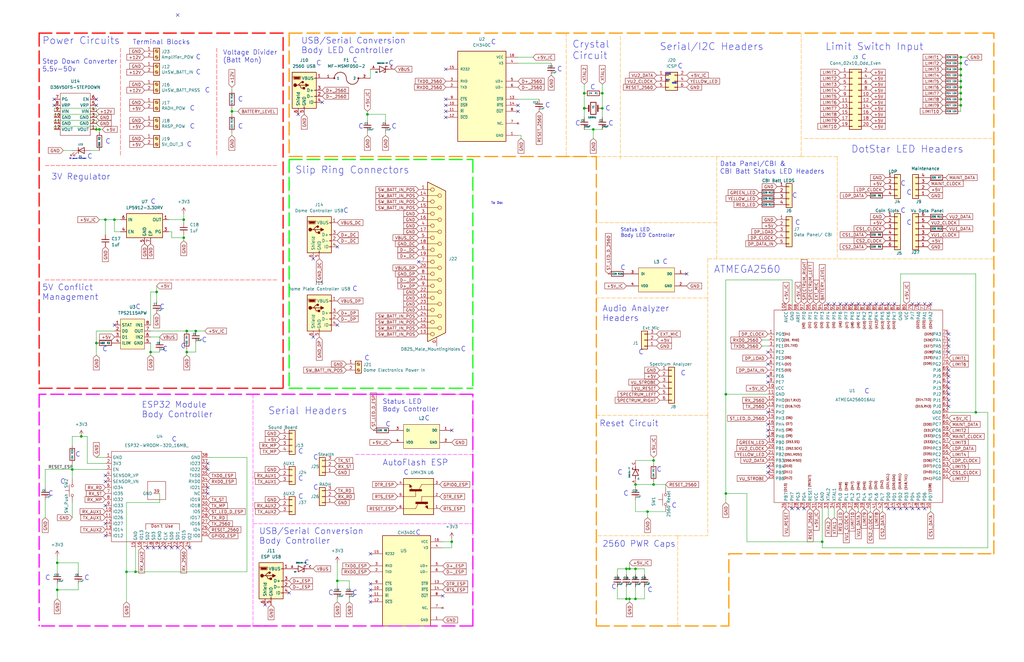
<source format=kicad_sch>
(kicad_sch (version 20211123) (generator eeschema)
  (paper "USLedger")
  (title_block (title "Body Controller") (date "2023-02-10") (rev "1.1") (company "Created by: Greg Hulette") (comment 1 "- ESP-NOW Gateway/Bridge") (comment 2 "- Creates WiFi Network ") (comment 3 "- Controls All Body Servos") (comment 4 "- Controls All Body LEDs"))
  (junction (at 190.5 228.6))
  (junction (at 265.43 240.03))
  (junction (at 63.5 148.59))
  (junction (at 78.74 139.7))
  (junction (at 275.59 194.31))
  (junction (at 250.19 54.61))
  (junction (at 40.64 144.78))
  (junction (at 254 45.72))
  (junction (at 405.13 34.29))
  (junction (at 24.13 237.49))
  (junction (at 41.91 54.61))
  (junction (at 57.15 241.3))
  (junction (at 246.38 39.37))
  (junction (at 267.97 252.73))
  (junction (at 246.38 45.72))
  (junction (at 30.48 198.12))
  (junction (at 78.74 148.59))
  (junction (at 154.94 48.26))
  (junction (at 246.3862 45.7262))
  (junction (at 53.34 241.3))
  (junction (at 40.64 54.61))
  (junction (at 275.59 204.47))
  (junction (at 82.55 139.7))
  (junction (at 346.71 228.6))
  (junction (at 306.07 166.37))
  (junction (at 66.04 123.19))
  (junction (at 254 39.37))
  (junction (at 34.29 184.15))
  (junction (at 405.13 39.37))
  (junction (at 264.16 252.73))
  (junction (at 48.26 92.71))
  (junction (at 273.05 215.9))
  (junction (at 306.07 208.28))
  (junction (at 265.43 252.73))
  (junction (at 44.45 92.71))
  (junction (at 267.97 204.47))
  (junction (at 77.47 92.71))
  (junction (at 24.13 248.92))
  (junction (at 405.13 36.83))
  (junction (at 411.48 173.99))
  (junction (at 405.13 41.91))
  (junction (at 405.13 26.67))
  (junction (at 142.24 245.11))
  (junction (at 77.47 100.33))
  (junction (at 405.13 31.75))
  (junction (at 405.13 24.13))
  (junction (at 267.97 240.03))
  (junction (at 97.79 46.99))
  (junction (at 264.16 240.03))
  (junction (at 405.13 29.21))
  (junction (at 405.13 44.45))
  (no_connect (at 44.45 226.06))
  (no_connect (at 374.65 214.63))
  (no_connect (at 156.21 248.92))
  (no_connect (at 156.21 254))
  (no_connect (at 156.21 246.38))
  (no_connect (at 156.21 251.46))
  (no_connect (at 156.21 233.68))
  (no_connect (at 186.69 251.46))
  (no_connect (at 44.45 220.98))
  (no_connect (at 187.96 49.53))
  (no_connect (at 187.96 41.91))
  (no_connect (at 44.45 203.2))
  (no_connect (at 400.05 171.45))
  (no_connect (at 377.19 214.63))
  (no_connect (at 67.31 231.14))
  (no_connect (at 69.85 231.14))
  (no_connect (at 72.39 231.14))
  (no_connect (at 74.93 231.14))
  (no_connect (at 62.23 231.14))
  (no_connect (at 64.77 231.14))
  (no_connect (at 87.63 208.28))
  (no_connect (at 87.63 205.74))
  (no_connect (at 87.63 198.12))
  (no_connect (at 87.63 195.58))
  (no_connect (at 44.45 213.36))
  (no_connect (at 80.01 231.14))
  (no_connect (at 40.64 44.45))
  (no_connect (at 40.64 41.91))
  (no_connect (at 22.86 41.91))
  (no_connect (at 22.86 44.45))
  (no_connect (at 190.5 181.61))
  (no_connect (at 44.45 200.66))
  (no_connect (at 379.73 214.63))
  (no_connect (at 187.96 46.99))
  (no_connect (at 187.96 44.45))
  (no_connect (at 135.89 43.18))
  (no_connect (at 289.56 115.57))
  (no_connect (at 74.93 6.35))
  (no_connect (at 48.26 137.16))
  (no_connect (at 218.44 44.45))
  (no_connect (at 323.85 179.07))
  (no_connect (at 176.53 110.49))
  (no_connect (at 132.08 109.22))
  (no_connect (at 142.24 104.14))
  (no_connect (at 142.24 137.16))
  (no_connect (at 132.08 142.24))
  (no_connect (at 187.96 29.21))
  (no_connect (at 121.92 250.19))
  (no_connect (at 111.76 255.27))
  (no_connect (at 382.27 214.63))
  (no_connect (at 400.05 168.91))
  (no_connect (at 349.25 128.27))
  (no_connect (at 351.79 128.27))
  (no_connect (at 323.85 199.39))
  (no_connect (at 323.85 196.85))
  (no_connect (at 323.85 161.29))
  (no_connect (at 323.85 158.75))
  (no_connect (at 339.09 214.63))
  (no_connect (at 336.55 214.63))
  (no_connect (at 334.01 214.63))
  (no_connect (at 323.85 184.15))
  (no_connect (at 323.85 181.61))
  (no_connect (at 323.85 173.99))
  (no_connect (at 323.85 153.67))
  (no_connect (at 323.85 148.59))
  (no_connect (at 384.81 214.63))
  (no_connect (at 400.05 148.59))
  (no_connect (at 389.89 214.63))
  (no_connect (at 387.35 214.63))
  (no_connect (at 384.81 128.27))
  (no_connect (at 389.89 128.27))
  (no_connect (at 392.43 128.27))
  (no_connect (at 387.35 128.27))
  (no_connect (at 400.05 140.97))
  (no_connect (at 400.05 143.51))
  (no_connect (at 400.05 146.05))
  (no_connect (at 400.05 156.21))
  (no_connect (at 400.05 158.75))
  (no_connect (at 400.05 161.29))
  (no_connect (at 400.05 163.83))
  (no_connect (at 400.05 166.37))
  (no_connect (at 354.33 128.27))
  (no_connect (at 356.87 128.27))
  (no_connect (at 372.11 128.27))
  (no_connect (at 374.65 128.27))
  (no_connect (at 377.19 128.27))
  (no_connect (at 359.41 128.27))
  (no_connect (at 361.95 128.27))
  (no_connect (at 364.49 128.27))
  (no_connect (at 367.03 128.27))
  (no_connect (at 369.57 128.27))
  (no_connect (at 218.44 46.99))
  (no_connect (at 125.73 48.26))
  (wire (pts (xy 367.03 215.9) (xy 367.03 214.63)))
  (wire (pts (xy 405.13 31.75) (xy 405.13 34.29)))
  (wire (pts (xy 44.45 92.71) (xy 48.26 92.71)))
  (wire (pts (xy 264.16 252.73) (xy 265.43 252.73)))
  (wire (pts (xy 72.39 97.79) (xy 72.39 100.33)))
  (wire (pts (xy 82.55 144.78) (xy 82.55 148.59)))
  (wire (pts (xy 273.05 215.9) (xy 267.97 215.9)))
  (polyline (pts (xy 298.45 125.73) (xy 298.45 175.26)) (stroke (width 0) (color 255 153 0 1)))
  (wire (pts (xy 50.8 97.79) (xy 48.26 97.79)))
  (wire (pts (xy 267.97 194.31) (xy 275.59 194.31)))
  (wire (pts (xy 265.43 252.73) (xy 267.97 252.73)))
  (polyline (pts (xy 50.8 20.32) (xy 50.8 66.04)) (stroke (width 0) (color 255 0 0 1)))
  (wire (pts (xy 40.64 54.61) (xy 41.91 54.61)))
  (wire (pts (xy 411.48 173.99) (xy 416.56 173.99)))
  (wire (pts (xy 190.5 228.6) (xy 190.5 227.33)))
  (wire (pts (xy 351.79 218.44) (xy 351.79 214.63)))
  (wire (pts (xy 154.94 46.99) (xy 154.94 48.26)))
  (wire (pts (xy 405.13 44.45) (xy 405.13 46.99)))
  (wire (pts (xy 154.94 55.88) (xy 154.94 57.15)))
  (polyline (pts (xy 121.92 13.97) (xy 121.92 66.04)) (stroke (width 0.5) (color 255 153 0 1)))
  (wire (pts (xy 77.47 99.06) (xy 77.47 100.33)))
  (wire (pts (xy 66.04 120.65) (xy 66.04 123.19)))
  (wire (pts (xy 78.74 148.59) (xy 78.74 149.86)))
  (wire (pts (xy 24.13 248.92) (xy 24.13 252.73)))
  (wire (pts (xy 246.38 45.72) (xy 246.3862 45.7262)))
  (wire (pts (xy 321.31 143.51) (xy 323.85 143.51)))
  (polyline (pts (xy 16.51 163.83) (xy 119.38 163.83)) (stroke (width 0.5) (color 255 0 0 1)))
  (wire (pts (xy 265.43 240.03) (xy 267.97 240.03)))
  (polyline (pts (xy 419.1 233.68) (xy 419.1 13.97)) (stroke (width 0.5) (color 255 153 0 1)))
  (polyline (pts (xy 199.39 262.89) (xy 199.39 264.16)) (stroke (width 0.5) (color 255 0 255 1)))
  (wire (pts (xy 267.97 204.47) (xy 267.97 205.74)))
  (wire (pts (xy 66.04 123.19) (xy 66.04 127)))
  (wire (pts (xy 71.12 92.71) (xy 77.47 92.71)))
  (polyline (pts (xy 199.39 166.37) (xy 16.51 166.37)) (stroke (width 0.5) (color 255 0 255 1)))
  (wire (pts (xy 41.91 54.61) (xy 43.18 54.61)))
  (wire (pts (xy 44.45 99.06) (xy 44.45 92.71)))
  (wire (pts (xy 22.86 48.26) (xy 40.64 48.26)))
  (wire (pts (xy 40.64 45.72) (xy 40.64 46.99)))
  (wire (pts (xy 254 39.37) (xy 254 45.72)))
  (polyline (pts (xy 113.03 264.16) (xy 16.51 264.16)) (stroke (width 0.5) (color 255 0 255 1)))
  (wire (pts (xy 19.05 198.12) (xy 30.48 198.12)))
  (wire (pts (xy 405.13 34.29) (xy 405.13 36.83)))
  (wire (pts (xy 19.05 210.82) (xy 19.05 218.44)))
  (wire (pts (xy 71.12 97.79) (xy 72.39 97.79)))
  (wire (pts (xy 416.56 231.14) (xy 346.71 231.14)))
  (wire (pts (xy 246.38 39.37) (xy 246.38 45.72)))
  (wire (pts (xy 154.94 48.26) (xy 154.94 50.8)))
  (polyline (pts (xy 199.39 219.71) (xy 199.39 262.89)) (stroke (width 0.5) (color 255 0 255 1)))
  (wire (pts (xy 63.5 123.19) (xy 63.5 137.16)))
  (wire (pts (xy 219.71 57.15) (xy 219.71 58.42)))
  (wire (pts (xy 53.34 212.09) (xy 53.34 241.3)))
  (wire (pts (xy 33.02 241.3) (xy 33.02 237.49)))
  (polyline (pts (xy 238.76 66.04) (xy 251.46 66.04)) (stroke (width 0) (color 255 153 0 1)))
  (wire (pts (xy 82.55 139.7) (xy 86.36 139.7)))
  (wire (pts (xy 218.44 57.15) (xy 219.71 57.15)))
  (wire (pts (xy 162.56 48.26) (xy 154.94 48.26)))
  (wire (pts (xy 267.97 215.9) (xy 267.97 210.82)))
  (wire (pts (xy 218.44 24.13) (xy 224.79 24.13)))
  (polyline (pts (xy 106.68 220.98) (xy 199.39 220.98)) (stroke (width 0) (color 255 0 255 1)))
  (wire (pts (xy 41.91 54.61) (xy 41.91 55.88)))
  (wire (pts (xy 356.87 215.9) (xy 356.87 214.63)))
  (wire (pts (xy 405.13 24.13) (xy 407.67 24.13)))
  (wire (pts (xy 67.31 142.24) (xy 67.31 143.51)))
  (wire (pts (xy 306.07 118.11) (xy 306.07 166.37)))
  (wire (pts (xy 77.47 100.33) (xy 77.47 101.6)))
  (wire (pts (xy 78.74 147.32) (xy 78.74 148.59)))
  (polyline (pts (xy 199.39 166.37) (xy 199.39 220.98)) (stroke (width 0) (color 255 0 255 1)))
  (wire (pts (xy 186.69 231.14) (xy 190.5 231.14)))
  (polyline (pts (xy 19.05 118.11) (xy 116.84 118.11)) (stroke (width 0) (color 255 0 0 1)))
  (wire (pts (xy 379.73 128.27) (xy 379.73 115.57)))
  (polyline (pts (xy 302.26 66.04) (xy 302.26 93.98)) (stroke (width 0) (color 255 153 0 1)))
  (polyline (pts (xy 337.82 66.04) (xy 353.06 66.04)) (stroke (width 0) (color 255 153 0 1)))
  (wire (pts (xy 346.71 231.14) (xy 346.71 228.6)))
  (wire (pts (xy 22.86 49.53) (xy 22.86 48.26)))
  (polyline (pts (xy 19.05 69.85) (xy 116.84 69.85)) (stroke (width 0) (color 255 0 0 1)))
  (polyline (pts (xy 251.46 264.16) (xy 307.34 264.16)) (stroke (width 0.5) (type dash) (color 255 153 0 1)))
  (wire (pts (xy 48.26 97.79) (xy 48.26 92.71)))
  (wire (pts (xy 22.86 54.61) (xy 22.86 53.34)))
  (polyline (pts (xy 285.75 226.06) (xy 298.45 226.06)) (stroke (width 0) (color 255 153 0 1)))
  (polyline (pts (xy 251.46 66.04) (xy 251.46 264.16)) (stroke (width 0.5) (type dash) (color 255 153 0 1)))
  (wire (pts (xy 67.31 212.09) (xy 53.34 212.09)))
  (wire (pts (xy 22.86 52.07) (xy 22.86 50.8)))
  (wire (pts (xy 147.32 252.73) (xy 147.32 254)))
  (wire (pts (xy 57.15 241.3) (xy 53.34 241.3)))
  (wire (pts (xy 271.78 247.65) (xy 271.78 252.73)))
  (polyline (pts (xy 298.45 109.22) (xy 298.45 125.73)) (stroke (width 0) (color 255 153 0 1)))
  (wire (pts (xy 147.32 247.65) (xy 147.32 245.11)))
  (wire (pts (xy 38.1 63.5) (xy 41.91 63.5)))
  (wire (pts (xy 40.64 48.26) (xy 40.64 49.53)))
  (wire (pts (xy 40.64 53.34) (xy 40.64 54.61)))
  (wire (pts (xy 186.69 228.6) (xy 190.5 228.6)))
  (wire (pts (xy 142.24 245.11) (xy 142.24 247.65)))
  (polyline (pts (xy 298.45 125.73) (xy 251.46 125.73)) (stroke (width 0) (color 255 153 0 1)))
  (wire (pts (xy 321.31 146.05) (xy 323.85 146.05)))
  (wire (pts (xy 405.13 29.21) (xy 405.13 31.75)))
  (wire (pts (xy 41.91 92.71) (xy 44.45 92.71)))
  (wire (pts (xy 24.13 246.38) (xy 24.13 248.92)))
  (wire (pts (xy 97.79 45.72) (xy 97.79 46.99)))
  (wire (pts (xy 411.48 115.57) (xy 411.48 173.99)))
  (polyline (pts (xy 298.45 175.26) (xy 298.45 226.06)) (stroke (width 0) (color 255 153 0 1)))
  (wire (pts (xy 265.43 237.49) (xy 265.43 240.03)))
  (wire (pts (xy 267.97 240.03) (xy 267.97 242.57)))
  (polyline (pts (xy 199.39 67.31) (xy 199.39 163.83)) (stroke (width 0.5) (color 0 255 0 1)))
  (wire (pts (xy 273.05 215.9) (xy 280.67 215.9)))
  (polyline (pts (xy 91.44 20.32) (xy 91.44 66.04)) (stroke (width 0) (color 255 0 0 1)))
  (wire (pts (xy 306.07 208.28) (xy 306.07 212.09)))
  (polyline (pts (xy 121.92 66.04) (xy 251.46 66.04)) (stroke (width 0.5) (color 255 153 0 1)))
  (polyline (pts (xy 307.34 264.16) (xy 307.34 233.68)) (stroke (width 0.5) (color 255 153 0 1)))
  (wire (pts (xy 250.19 54.61) (xy 250.19 58.42)))
  (wire (pts (xy 246.38 45.72) (xy 246.38 49.53)))
  (wire (pts (xy 63.5 139.7) (xy 78.74 139.7)))
  (polyline (pts (xy 121.92 67.31) (xy 121.92 163.83)) (stroke (width 0.5) (color 0 255 0 1)))
  (wire (pts (xy 63.5 148.59) (xy 63.5 144.78)))
  (wire (pts (xy 280.67 205.74) (xy 280.67 204.47)))
  (wire (pts (xy 22.86 53.34) (xy 40.64 53.34)))
  (wire (pts (xy 218.44 26.67) (xy 232.41 26.67)))
  (polyline (pts (xy 353.06 66.04) (xy 353.06 109.22)) (stroke (width 0) (color 255 153 0 1)))
  (wire (pts (xy 63.5 123.19) (xy 66.04 123.19)))
  (wire (pts (xy 405.13 36.83) (xy 405.13 39.37)))
  (wire (pts (xy 162.56 50.8) (xy 162.56 48.26)))
  (polyline (pts (xy 119.38 163.83) (xy 119.38 13.97)) (stroke (width 0.5) (color 255 0 0 1)))
  (wire (pts (xy 260.35 240.03) (xy 264.16 240.03)))
  (wire (pts (xy 254 35.56) (xy 254 39.37)))
  (wire (pts (xy 372.11 215.9) (xy 372.11 214.63)))
  (polyline (pts (xy 285.75 226.06) (xy 285.75 264.16)) (stroke (width 0) (color 255 153 0 1)))
  (wire (pts (xy 264.16 247.65) (xy 264.16 252.73)))
  (wire (pts (xy 306.07 166.37) (xy 306.07 208.28)))
  (wire (pts (xy 22.86 45.72) (xy 40.64 45.72)))
  (polyline (pts (xy 121.92 13.97) (xy 419.1 13.97)) (stroke (width 0.5) (color 255 153 0 1)))
  (polyline (pts (xy 16.51 166.37) (xy 16.51 264.16)) (stroke (width 0.5) (color 255 0 255 1)))
  (wire (pts (xy 264.16 240.03) (xy 264.16 242.57)))
  (wire (pts (xy 267.97 247.65) (xy 267.97 252.73)))
  (wire (pts (xy 22.86 46.99) (xy 22.86 45.72)))
  (wire (pts (xy 48.26 92.71) (xy 50.8 92.71)))
  (wire (pts (xy 63.5 142.24) (xy 67.31 142.24)))
  (wire (pts (xy 26.67 63.5) (xy 30.48 63.5)))
  (wire (pts (xy 82.55 148.59) (xy 78.74 148.59)))
  (wire (pts (xy 246.38 35.56) (xy 246.38 39.37)))
  (polyline (pts (xy 337.82 13.97) (xy 337.82 66.04)) (stroke (width 0) (color 255 153 0 1)))
  (wire (pts (xy 260.35 247.65) (xy 260.35 252.73)))
  (wire (pts (xy 142.24 252.73) (xy 142.24 254)))
  (wire (pts (xy 260.35 240.03) (xy 260.35 242.57)))
  (wire (pts (xy 40.64 139.7) (xy 40.64 144.78)))
  (wire (pts (xy 30.48 212.09) (xy 30.48 218.44)))
  (wire (pts (xy 44.45 193.04) (xy 40.64 193.04)))
  (wire (pts (xy 19.05 205.74) (xy 19.05 198.12)))
  (wire (pts (xy 405.13 41.91) (xy 405.13 44.45)))
  (wire (pts (xy 40.64 144.78) (xy 40.64 149.86)))
  (wire (pts (xy 30.48 187.96) (xy 30.48 184.15)))
  (polyline (pts (xy 339.09 58.42) (xy 419.1 58.42)) (stroke (width 0) (color 255 153 0 1)))
  (wire (pts (xy 306.07 166.37) (xy 323.85 166.37)))
  (wire (pts (xy 33.02 246.38) (xy 33.02 248.92)))
  (wire (pts (xy 97.79 57.15) (xy 97.79 55.88)))
  (wire (pts (xy 275.59 193.04) (xy 275.59 194.31)))
  (wire (pts (xy 36.83 184.15) (xy 36.83 195.58)))
  (wire (pts (xy 24.13 234.95) (xy 24.13 237.49)))
  (wire (pts (xy 379.73 115.57) (xy 411.48 115.57)))
  (wire (pts (xy 104.14 193.04) (xy 104.14 241.3)))
  (polyline (pts (xy 148.59 166.37) (xy 198.12 166.37)) (stroke (width 0) (color 255 0 255 1)))
  (wire (pts (xy 314.96 228.6) (xy 314.96 208.28)))
  (wire (pts (xy 250.19 54.61) (xy 254 54.61)))
  (wire (pts (xy 314.96 208.28) (xy 306.07 208.28)))
  (wire (pts (xy 267.97 204.47) (xy 275.59 204.47)))
  (wire (pts (xy 405.13 39.37) (xy 405.13 41.91)))
  (wire (pts (xy 72.39 100.33) (xy 77.47 100.33)))
  (polyline (pts (xy 419.1 109.22) (xy 298.45 109.22)) (stroke (width 0) (color 255 153 0 1)))
  (wire (pts (xy 30.48 184.15) (xy 34.29 184.15)))
  (wire (pts (xy 405.13 26.67) (xy 405.13 29.21)))
  (polyline (pts (xy 337.82 66.04) (xy 238.76 66.04)) (stroke (width 0) (color 255 153 0 1)))
  (polyline (pts (xy 16.51 166.37) (xy 16.51 166.37)) (stroke (width 0.5) (color 255 0 255 1)))
  (polyline (pts (xy 121.92 163.83) (xy 199.39 163.83)) (stroke (width 0.5) (color 0 255 0 1)))
  (wire (pts (xy 104.14 241.3) (xy 57.15 241.3)))
  (polyline (pts (xy 199.39 222.25) (xy 199.39 264.16)) (stroke (width 0) (color 255 0 255 1)))
  (wire (pts (xy 405.13 24.13) (xy 405.13 26.67)))
  (wire (pts (xy 40.64 50.8) (xy 40.64 52.07)))
  (wire (pts (xy 36.83 195.58) (xy 44.45 195.58)))
  (wire (pts (xy 349.25 218.44) (xy 349.25 214.63)))
  (wire (pts (xy 78.74 139.7) (xy 82.55 139.7)))
  (polyline (pts (xy 302.26 93.98) (xy 251.46 93.98)) (stroke (width 0) (color 255 153 0 1)))
  (wire (pts (xy 275.59 204.47) (xy 280.67 204.47)))
  (wire (pts (xy 142.24 237.49) (xy 142.24 245.11)))
  (wire (pts (xy 147.32 245.11) (xy 142.24 245.11)))
  (wire (pts (xy 30.48 198.12) (xy 44.45 198.12)))
  (wire (pts (xy 265.43 252.73) (xy 265.43 254)))
  (polyline (pts (xy 16.51 13.97) (xy 16.51 163.83)) (stroke (width 0.5) (color 255 0 0 1)))
  (wire (pts (xy 260.35 252.73) (xy 264.16 252.73)))
  (wire (pts (xy 271.78 240.03) (xy 271.78 242.57)))
  (wire (pts (xy 97.79 46.99) (xy 97.79 48.26)))
  (wire (pts (xy 334.01 118.11) (xy 306.07 118.11)))
  (wire (pts (xy 334.01 128.27) (xy 334.01 118.11)))
  (wire (pts (xy 227.33 41.91) (xy 218.44 41.91)))
  (polyline (pts (xy 251.46 175.26) (xy 298.45 175.26)) (stroke (width 0) (color 255 153 0 1)))
  (wire (pts (xy 24.13 237.49) (xy 33.02 237.49)))
  (wire (pts (xy 36.83 184.15) (xy 34.29 184.15)))
  (wire (pts (xy 87.63 193.04) (xy 104.14 193.04)))
  (wire (pts (xy 30.48 195.58) (xy 30.48 198.12)))
  (polyline (pts (xy 261.62 15.24) (xy 261.62 67.31)) (stroke (width 0) (color 255 153 0 1)))
  (wire (pts (xy 22.86 50.8) (xy 40.64 50.8)))
  (wire (pts (xy 275.59 194.31) (xy 275.59 195.58)))
  (wire (pts (xy 77.47 92.71) (xy 77.47 93.98)))
  (wire (pts (xy 63.5 149.86) (xy 63.5 148.59)))
  (wire (pts (xy 162.56 55.88) (xy 162.56 57.15)))
  (wire (pts (xy 24.13 237.49) (xy 24.13 241.3)))
  (wire (pts (xy 392.43 215.9) (xy 392.43 214.63)))
  (wire (pts (xy 416.56 173.99) (xy 416.56 231.14)))
  (wire (pts (xy 275.59 204.47) (xy 275.59 203.2)))
  (polyline (pts (xy 302.26 93.98) (xy 302.26 109.22)) (stroke (width 0) (color 255 153 0 1)))
  (wire (pts (xy 267.97 252.73) (xy 271.78 252.73)))
  (wire (pts (xy 30.48 198.12) (xy 30.48 201.93)))
  (wire (pts (xy 254 45.72) (xy 254 49.53)))
  (wire (pts (xy 400.05 173.99) (xy 411.48 173.99)))
  (wire (pts (xy 190.5 231.14) (xy 190.5 228.6)))
  (wire (pts (xy 246.38 54.61) (xy 250.19 54.61)))
  (wire (pts (xy 33.02 248.92) (xy 24.13 248.92)))
  (polyline (pts (xy 121.92 67.31) (xy 199.39 67.31)) (stroke (width 0.5) (color 0 255 0 1)))
  (wire (pts (xy 57.15 231.14) (xy 57.15 241.3)))
  (polyline (pts (xy 285.75 226.06) (xy 251.46 226.06)) (stroke (width 0) (color 255 153 0 1)))
  (wire (pts (xy 97.79 36.83) (xy 97.79 38.1)))
  (polyline (pts (xy 238.76 13.97) (xy 238.76 66.04)) (stroke (width 0) (color 255 153 0 1)))
  (wire (pts (xy 264.16 240.03) (xy 265.43 240.03)))
  (wire (pts (xy 361.95 215.9) (xy 361.95 214.63)))
  (polyline (pts (xy 307.34 233.68) (xy 419.1 233.68)) (stroke (width 0.5) (color 255 153 0 1)))
  (wire (pts (xy 97.79 46.99) (xy 100.33 46.99)))
  (polyline (pts (xy 119.38 13.97) (xy 16.51 13.97)) (stroke (width 0.5) (color 255 0 0 1)))
  (polyline (pts (xy 106.68 166.37) (xy 106.68 264.16)) (stroke (width 0) (color 255 0 255 1)))
  (wire (pts (xy 267.97 240.03) (xy 271.78 240.03)))
  (polyline (pts (xy 199.39 264.16) (xy 106.68 264.16)) (stroke (width 0.5) (color 255 0 255 1)))
  (polyline (pts (xy 149.86 191.77) (xy 199.39 191.77)) (stroke (width 0) (color 255 0 255 1)))
  (polyline (pts (xy 199.39 219.71) (xy 199.39 166.37)) (stroke (width 0.5) (color 255 0 255 1)))
  (wire (pts (xy 63.5 148.59) (xy 67.31 148.59)))
  (wire (pts (xy 67.31 208.28) (xy 67.31 212.09)))
  (wire (pts (xy 53.34 241.3) (xy 53.34 254)))
  (wire (pts (xy 273.05 215.9) (xy 273.05 218.44)))
  (wire (pts (xy 48.26 139.7) (xy 40.64 139.7)))
  (wire (pts (xy 346.71 228.6) (xy 314.96 228.6)))
  (wire (pts (xy 346.71 214.63) (xy 346.71 228.6)))
  (wire (pts (xy 156.21 29.21) (xy 156.21 33.02)))
  (wire (pts (xy 77.47 90.17) (xy 77.47 92.71)))
  (text "C" (at 80.01 46.99 0) (effects (font (size 2 2)) (justify left bottom)))
  (text "C" (at 36.83 67.31 0) (effects (font (size 2 2)) (justify left bottom)))
  (text "MISO" (at 280.67 31.75 0) (effects (font (size 0.6 0.6)) (justify left bottom)))
  (text "C" (at 255.27 46.99 0) (effects (font (size 2 2)) (justify left bottom)))
  (text "C" (at 133.35 27.94 0) (effects (font (size 2 2)) (justify left bottom)))
  (text "Status LED \nBody Controller" (at 161.29 173.99 0) (effects (font (size 2 2)) (justify left bottom)))
  (text "C" (at 43.18 148.59 0) (effects (font (size 2 2)) (justify left bottom)))
  (text "C" (at 57.15 130.81 0) (effects (font (size 2 2)) (justify left bottom)))
  (text "C" (at 194.31 148.59 0) (effects (font (size 2 2)) (justify left bottom)))
  (text "Limit Switch Input" (at 347.98 21.59 0) (effects (font (size 3 3)) (justify left bottom)))
  (text "C" (at 175.26 226.06 0) (effects (font (size 2 2)) (justify left bottom)))
  (text "ESP32 Module \nBody Controller" (at 59.69 176.53 0) (effects (font (size 2.54 2.54)) (justify left bottom)))
  (text "Serial/I2C Headers" (at 278.13 21.59 0) (effects (font (size 3 3)) (justify left bottom)))
  (text "Voltage Divider \n(Batt Mon)" (at 93.98 26.67 0) (effects (font (size 2 2)) (justify left bottom)))
  (text "C" (at 273.05 250.19 0) (effects (font (size 2 2)) (justify left bottom)))
  (text "C" (at 151.13 54.61 0) (effects (font (size 2 2)) (justify left bottom)))
  (text "C" (at 25.4 204.47 0) (effects (font (size 2 2)) (justify left bottom)))
  (text "C" (at 148.59 251.46 0) (effects (font (size 2 2)) (justify left bottom)))
  (text "C" (at 334.01 83.82 0) (effects (font (size 2 2)) (justify left bottom)))
  (text "3V Regulator" (at 21.59 76.2 0) (effects (font (size 2.54 2.54)) (justify left bottom)))
  (text "Slip Ring Connectors" (at 124.46 73.66 0) (effects (font (size 3 3)) (justify left bottom)))
  (text "C" (at 128.27 238.76 0) (effects (font (size 2 2)) (justify left bottom)))
  (text "C" (at 335.28 95.25 0) (effects (font (size 2 2)) (justify left bottom)))
  (text "C" (at 132.08 194.31 0) (effects (font (size 2 2)) (justify left bottom)))
  (text "C" (at 132.08 207.01 0) (effects (font (size 2 2)) (justify left bottom)))
  (text "C" (at 279.4 111.76 0) (effects (font (size 2 2)) (justify left bottom)))
  (text "C" (at 125.73 203.2 0) (effects (font (size 2 2)) (justify left bottom)))
  (text "2560 PWR Caps" (at 254 231.14 0) (effects (font (size 2.54 2.54)) (justify left bottom)))
  (text "C" (at 382.27 82.55 0) (effects (font (size 2 2)) (justify left bottom)))
  (text "Power Circuits" (at 17.78 19.05 0) (effects (font (size 3 3)) (justify left bottom)))
  (text "C" (at 285.75 29.21 0) (effects (font (size 2 2)) (justify left bottom)))
  (text "C" (at 63.5 86.36 0) (effects (font (size 2 2)) (justify left bottom)))
  (text "C" (at 242.57 53.34 0) (effects (font (size 2 2)) (justify left bottom)))
  (text "Step Down Converter\n5.5v-50v" (at 17.78 30.48 0) (effects (font (size 2 2)) (justify left bottom)))
  (text "C" (at 148.59 123.19 0) (effects (font (size 2 2)) (justify left bottom)))
  (text "C" (at 179.07 177.8 0) (effects (font (size 2 2)) (justify left bottom)))
  (text "C" (at 364.49 166.37 0) (effects (font (size 2 2)) (justify left bottom)))
  (text "C" (at 148.59 26.67 0) (effects (font (size 2 2)) (justify left bottom)))
  (text "C" (at 257.81 248.92 0) (effects (font (size 2 2)) (justify left bottom)))
  (text "AutoFlash ESP" (at 161.29 196.85 0) (effects (font (size 2.54 2.54)) (justify left bottom)))
  (text "Crystal \nCircuit" (at 241.3 25.4 0) (effects (font (size 3 3)) (justify left bottom)))
  (text "C" (at 229.87 45.72 0) (effects (font (size 2 2)) (justify left bottom)))
  (text "C" (at 283.21 214.63 0) (effects (font (size 2 2)) (justify left bottom)))
  (text "C" (at 80.01 54.61 0) (effects (font (size 2 2)) (justify left bottom)))
  (text "C" (at 382.27 95.25 0) (effects (font (size 2 2)) (justify left bottom)))
  (text "C" (at 125.73 210.82 0) (effects (font (size 2 2)) (justify left bottom)))
  (text "C" (at 125.73 191.77 0) (effects (font (size 2 2)) (justify left bottom)))
  (text "5V power indicator" (at 29.21 67.31 0) (effects (font (size 0.5 0.5)) (justify left bottom)))
  (text "C" (at 363.22 25.4 0) (effects (font (size 2 2)) (justify left bottom)))
  (text "C" (at 170.18 200.66 0) (effects (font (size 2 2)) (justify left bottom)))
  (text "C" (at 144.78 90.17 0) (effects (font (size 2 2)) (justify left bottom)))
  (text "Status LED\nBody LED Controller" (at 261.62 100.33 0) (effects (font (size 1.5 1.5)) (justify left bottom)))
  (text "C" (at 261.62 114.3 0) (effects (font (size 2 2)) (justify left bottom)))
  (text "C" (at 207.01 19.05 0) (effects (font (size 2 2)) (justify left bottom)))
  (text "C" (at 260.35 200.66 0) (effects (font (size 2 2)) (justify left bottom)))
  (text "C" (at 256.54 53.34 0) (effects (font (size 2 2)) (justify left bottom)))
  (text "USB/Serial Conversion \nBody Controller" (at 109.22 229.87 0) (effects (font (size 2.54 2.54)) (justify left bottom)))
  (text "C" (at 82.55 31.75 0) (effects (font (size 2 2)) (justify left bottom)))
  (text "C" (at 67.31 130.81 0) (effects (font (size 2 2)) (justify left bottom)))
  (text "C" (at 72.39 186.69 0) (effects (font (size 2 2)) (justify left bottom)))
  (text "SCK" (at 280.67 34.29 0) (effects (font (size 0.6 0.6)) (justify left bottom)))
  (text "C" (at 269.24 149.86 0) (effects (font (size 2 2)) (justify left bottom)))
  (text "MOSI" (at 283.21 35.56 0) (effects (font (size 0.6 0.6)) (justify left bottom)))
  (text "C" (at 248.92 38.1 0) (effects (font (size 2 2)) (justify left bottom)))
  (text "Reset Circuit" (at 252.73 180.34 0) (effects (font (size 2.54 2.54)) (justify left bottom)))
  (text "C" (at 287.02 158.75 0) (effects (font (size 2 2)) (justify left bottom)))
  (text "C" (at 262.89 209.55 0) (effects (font (size 2 2)) (justify left bottom)))
  (text "C" (at 100.33 43.18 0) (effects (font (size 2 2)) (justify left bottom)))
  (text "C" (at 163.83 27.94 0) (effects (font (size 2 2)) (justify left bottom)))
  (text "C" (at 19.05 245.11 0) (effects (font (size 2 2)) (justify left bottom)))
  (text "Data Panel/CBI & \nCBI Batt Status LED Headers" (at 303.53 73.66 0) (effects (font (size 2 2)) (justify left bottom)))
  (text "C" (at 100.33 54.61 0) (effects (font (size 2 2)) (justify left bottom)))
  (text "C" (at 138.43 251.46 0) (effects (font (size 2 2)) (justify left bottom)))
  (text "C" (at 35.56 245.11 0) (effects (font (size 2 2)) (justify left bottom)))
  (text "C" (at 76.2 147.32 0) (effects (font (size 2 2)) (justify left bottom)))
  (text "C" (at 406.4 27.94 0) (effects (font (size 2 2)) (justify left bottom)))
  (text "ATMEGA2560" (at 300.99 115.57 0) (effects (font (size 3 3)) (justify left bottom)))
  (text "C" (at 85.09 144.78 0) (effects (font (size 2 2)) (justify left bottom)))
  (text "C" (at 78.74 62.23 0) (effects (font (size 2 2)) (justify left bottom)))
  (text "C" (at 68.58 148.59 0) (effects (font (size 2 2)) (justify left bottom)))
  (text "5V Conflict \nManagement" (at 17.78 127 0) (effects (font (size 2.54 2.54)) (justify left bottom)))
  (text "C" (at 153.67 152.4 0) (effects (font (size 2 2)) (justify left bottom)))
  (text "C" (at 20.32 209.55 0) (effects (font (size 2 2)) (justify left bottom)))
  (text "C" (at 86.36 39.37 0) (effects (font (size 2 2)) (justify left bottom)))
  (text "DotStar LED Headers" (at 358.8787 64.8521 0) (effects (font (size 3 3)) (justify left bottom)))
  (text "Audio Analyzer\nHeaders" (at 254 135.89 0) (effects (font (size 2.54 2.54)) (justify left bottom)))
  (text "C" (at 165.1 54.61 0) (effects (font (size 2 2)) (justify left bottom)))
  (text "C" (at 162.56 180.34 0) (effects (font (size 2 2)) (justify left bottom)))
  (text "C" (at 31.75 193.04 0) (effects (font (size 2 2)) (justify left bottom)))
  (text "C" (at 276.86 199.39 0) (effects (font (size 2 2)) (justify left bottom)))
  (text "To Do:\n" (at 207.01 86.36 0) (effects (font (size 1 1)) (justify left bottom)))
  (text "C" (at 379.73 78.74 0) (effects (font (size 2 2)) (justify left bottom)))
  (text "C" (at 82.55 25.4 0) (effects (font (size 2 2)) (justify left bottom)))
  (text "C" (at 234.95 30.48 0) (effects (font (size 2 2)) (justify left bottom)))
  (text "USB/Serial Conversion \nBody LED Controller" (at 127 22.86 0) (effects (font (size 2.54 2.54)) (justify left bottom)))
  (text "C" (at 379.73 90.17 0) (effects (font (size 2 2)) (justify left bottom)))
  (text "Serial Headers" (at 113.03 175.26 0) (effects (font (size 3 3)) (justify left bottom)))
  (text "C" (at 44.45 60.96 0) (effects (font (size 2 2)) (justify left bottom)))
  (text "Terminal Blocks" (at 55.88 19.05 0) (effects (font (size 2 2)) (justify left bottom)))
  (label "RESET_ESP" (at 20.32 198.12 0))
  (global_label "+5V_IC" (shape input) (at 224.79 24.13 0) (property "Intersheet References" "${INTERSHEET_REFS}" (effects hide)))
  (global_label "RX_MP" (shape input) (at 44.45 210.82 180) (property "Intersheet References" "${INTERSHEET_REFS}" (effects hide)))
  (global_label "+5V" (shape input) (at 48.26 142.24 180) (property "Intersheet References" "${INTERSHEET_REFS}" (effects hide)))
  (global_label "+5V" (shape input) (at 327.66 95.25 180) (property "Intersheet References" "${INTERSHEET_REFS}" (effects hide)))
  (global_label "GND" (shape input) (at 176.53 90.17 180) (property "Intersheet References" "${INTERSHEET_REFS}" (effects hide)))
  (global_label "D+_2560" (shape input) (at 135.89 38.1 0) (property "Intersheet References" "${INTERSHEET_REFS}" (effects hide)))
  (global_label "LIMIT4" (shape input) (at 397.51 31.75 180) (property "Intersheet References" "${INTERSHEET_REFS}" (effects hide)))
  (global_label "GND" (shape input) (at 176.53 92.71 180) (property "Intersheet References" "${INTERSHEET_REFS}" (effects hide)))
  (global_label "TX_AUX2" (shape input) (at 44.45 223.52 180) (property "Intersheet References" "${INTERSHEET_REFS}" (effects hide)))
  (global_label "LIMIT4" (shape input) (at 354.33 38.1 180) (property "Intersheet References" "${INTERSHEET_REFS}" (effects hide)))
  (global_label "VU1_DATA" (shape input) (at 361.95 215.9 270) (property "Intersheet References" "${INTERSHEET_REFS}" (effects hide)))
  (global_label "VU1_CLOCK" (shape input) (at 356.87 215.9 270) (property "Intersheet References" "${INTERSHEET_REFS}" (effects hide)))
  (global_label "RX_MP" (shape input) (at 118.11 187.96 180) (property "Intersheet References" "${INTERSHEET_REFS}" (effects hide)))
  (global_label "ST_LED_D_2560" (shape input) (at 323.85 176.53 180) (property "Intersheet References" "${INTERSHEET_REFS}" (effects hide)))
  (global_label "+5V" (shape input) (at 118.11 185.42 180) (property "Intersheet References" "${INTERSHEET_REFS}" (effects hide)))
  (global_label "TX_RD" (shape input) (at 140.97 207.01 0) (property "Intersheet References" "${INTERSHEET_REFS}" (effects hide)))
  (global_label "+5V" (shape input) (at 276.86 143.51 0) (property "Intersheet References" "${INTERSHEET_REFS}" (effects hide)))
  (global_label "BATTERY_LEVEL" (shape input) (at 100.33 46.99 0) (property "Intersheet References" "${INTERSHEET_REFS}" (effects hide)))
  (global_label "LIMIT1" (shape input) (at 354.33 30.48 180) (property "Intersheet References" "${INTERSHEET_REFS}" (effects hide)))
  (global_label "GND" (shape input) (at 147.32 254 270) (property "Intersheet References" "${INTERSHEET_REFS}" (effects hide)))
  (global_label "GND_DC" (shape input) (at 176.53 102.87 180) (property "Intersheet References" "${INTERSHEET_REFS}" (effects hide)))
  (global_label "GND" (shape input) (at 219.71 58.42 270) (property "Intersheet References" "${INTERSHEET_REFS}" (effects hide)))
  (global_label "GND" (shape input) (at 186.69 261.62 0) (property "Intersheet References" "${INTERSHEET_REFS}" (effects hide)))
  (global_label "CS2_DATA" (shape input) (at 365.76 104.14 180) (property "Intersheet References" "${INTERSHEET_REFS}" (effects hide)))
  (global_label "VU_RESET" (shape input) (at 278.13 163.83 180) (property "Intersheet References" "${INTERSHEET_REFS}" (effects hide)))
  (global_label "+5V" (shape input) (at 60.96 60.96 180) (property "Intersheet References" "${INTERSHEET_REFS}" (effects hide)))
  (global_label "+5V_IC" (shape input) (at 323.85 163.83 180) (property "Intersheet References" "${INTERSHEET_REFS}" (effects hide)))
  (global_label "LIMIT7" (shape input) (at 400.05 201.93 0) (property "Intersheet References" "${INTERSHEET_REFS}" (effects hide)))
  (global_label "VBUS" (shape input) (at 67.31 142.24 0) (property "Intersheet References" "${INTERSHEET_REFS}" (effects hide)))
  (global_label "GND" (shape input) (at 63.5 102.87 270) (property "Intersheet References" "${INTERSHEET_REFS}" (effects hide)))
  (global_label "GND" (shape input) (at 176.53 97.79 180) (property "Intersheet References" "${INTERSHEET_REFS}" (effects hide)))
  (global_label "GND" (shape input) (at 162.56 57.15 270) (property "Intersheet References" "${INTERSHEET_REFS}" (effects hide)))
  (global_label "CS2_CLOCK" (shape input) (at 367.03 215.9 270) (property "Intersheet References" "${INTERSHEET_REFS}" (effects hide)))
  (global_label "XTAL1" (shape input) (at 351.79 218.44 270) (property "Intersheet References" "${INTERSHEET_REFS}" (effects hide)))
  (global_label "GREEN_LED" (shape input) (at 323.85 186.69 180) (property "Intersheet References" "${INTERSHEET_REFS}" (effects hide)))
  (global_label "DTR_ESP" (shape input) (at 167.64 204.47 180) (property "Intersheet References" "${INTERSHEET_REFS}" (effects hide)))
  (global_label "LIMIT3" (shape input) (at 400.05 186.69 0) (property "Intersheet References" "${INTERSHEET_REFS}" (effects hide)))
  (global_label "TX_ST" (shape input) (at 140.97 194.31 0) (property "Intersheet References" "${INTERSHEET_REFS}" (effects hide)))
  (global_label "RX_AUX1" (shape input) (at 44.45 215.9 180) (property "Intersheet References" "${INTERSHEET_REFS}" (effects hide)))
  (global_label "RESET_2560" (shape input) (at 341.63 214.63 270) (property "Intersheet References" "${INTERSHEET_REFS}" (effects hide)))
  (global_label "D+_DC" (shape input) (at 176.53 107.95 180) (property "Intersheet References" "${INTERSHEET_REFS}" (effects hide)))
  (global_label "D-_DC" (shape input) (at 176.53 105.41 180) (property "Intersheet References" "${INTERSHEET_REFS}" (effects hide)))
  (global_label "GND_DC" (shape input) (at 134.62 109.22 270) (property "Intersheet References" "${INTERSHEET_REFS}" (effects hide)))
  (global_label "VBUS_DP" (shape input) (at 176.53 113.03 180) (property "Intersheet References" "${INTERSHEET_REFS}" (effects hide)))
  (global_label "+5V_IC" (shape input) (at 264.16 120.65 180) (property "Intersheet References" "${INTERSHEET_REFS}" (effects hide)))
  (global_label "RESET_2560" (shape input) (at 87.63 223.52 0) (property "Intersheet References" "${INTERSHEET_REFS}" (effects hide)))
  (global_label "GND" (shape input) (at 327.66 92.71 180) (property "Intersheet References" "${INTERSHEET_REFS}" (effects hide)))
  (global_label "+5V" (shape input) (at 367.03 40.64 0) (property "Intersheet References" "${INTERSHEET_REFS}" (effects hide)))
  (global_label "GREEN_LED" (shape input) (at 320.04 81.28 180) (property "Intersheet References" "${INTERSHEET_REFS}" (effects hide)))
  (global_label "TX_AUX1" (shape input) (at 44.45 218.44 180) (property "Intersheet References" "${INTERSHEET_REFS}" (effects hide)))
  (global_label "GND" (shape input) (at 40.64 193.04 90) (property "Intersheet References" "${INTERSHEET_REFS}" (effects hide)))
  (global_label "RESET_2560" (shape input) (at 280.67 204.47 0) (property "Intersheet References" "${INTERSHEET_REFS}" (effects hide)))
  (global_label "+5V" (shape input) (at 60.96 45.72 180) (property "Intersheet References" "${INTERSHEET_REFS}" (effects hide)))
  (global_label "+5V_IC" (shape input) (at 41.91 92.71 180) (property "Intersheet References" "${INTERSHEET_REFS}" (effects hide)))
  (global_label "LIMIT10" (shape input) (at 359.41 214.63 270) (property "Intersheet References" "${INTERSHEET_REFS}" (effects hide)))
  (global_label "+5V" (shape input) (at 367.03 45.72 0) (property "Intersheet References" "${INTERSHEET_REFS}" (effects hide)))
  (global_label "MAINT_CLOCK" (shape input) (at 391.16 77.47 0) (property "Intersheet References" "${INTERSHEET_REFS}" (effects hide)))
  (global_label "LIMIT8" (shape input) (at 354.33 48.26 180) (property "Intersheet References" "${INTERSHEET_REFS}" (effects hide)))
  (global_label "+5V" (shape input) (at 60.96 53.34 180) (property "Intersheet References" "${INTERSHEET_REFS}" (effects hide)))
  (global_label "LIMIT5" (shape input) (at 400.05 196.85 0) (property "Intersheet References" "${INTERSHEET_REFS}" (effects hide)))
  (global_label "LIMIT10" (shape input) (at 397.51 46.99 180) (property "Intersheet References" "${INTERSHEET_REFS}" (effects hide)))
  (global_label "RTS_ESP" (shape input) (at 167.64 209.55 180) (property "Intersheet References" "${INTERSHEET_REFS}" (effects hide)))
  (global_label "SPECTRUM_RIGHT" (shape input) (at 339.09 128.27 90) (property "Intersheet References" "${INTERSHEET_REFS}" (effects hide)))
  (global_label "GND" (shape input) (at 77.47 101.6 270) (property "Intersheet References" "${INTERSHEET_REFS}" (effects hide)))
  (global_label "VU2_DATA" (shape input) (at 398.78 91.44 0) (property "Intersheet References" "${INTERSHEET_REFS}" (effects hide)))
  (global_label "LIMIT7" (shape input) (at 354.33 45.72 180) (property "Intersheet References" "${INTERSHEET_REFS}" (effects hide)))
  (global_label "VU2_CLOCK" (shape input) (at 276.86 34.29 180) (property "Intersheet References" "${INTERSHEET_REFS}" (effects hide)))
  (global_label "GND" (shape input) (at 60.96 35.56 180) (property "Intersheet References" "${INTERSHEET_REFS}" (effects hide)))
  (global_label "CS2_DATA" (shape input) (at 372.11 215.9 270) (property "Intersheet References" "${INTERSHEET_REFS}" (effects hide)))
  (global_label "GND" (shape input) (at 232.41 31.75 270) (property "Intersheet References" "${INTERSHEET_REFS}" (effects hide)))
  (global_label "VBUS" (shape input) (at 166.37 29.21 0) (property "Intersheet References" "${INTERSHEET_REFS}" (effects hide)))
  (global_label "+5V_IC" (shape input) (at 382.27 128.27 90) (property "Intersheet References" "${INTERSHEET_REFS}" (effects hide)))
  (global_label "TX_RD" (shape input) (at 87.63 218.44 0) (property "Intersheet References" "${INTERSHEET_REFS}" (effects hide)))
  (global_label "GND_DP" (shape input) (at 134.62 142.24 270) (property "Intersheet References" "${INTERSHEET_REFS}" (effects hide)))
  (global_label "RXD0_ESP" (shape input) (at 156.21 241.3 180) (property "Intersheet References" "${INTERSHEET_REFS}" (effects hide)))
  (global_label "+5V" (shape input) (at 66.04 120.65 0) (property "Intersheet References" "${INTERSHEET_REFS}" (effects hide)))
  (global_label "YELLOW_LED" (shape input) (at 323.85 191.77 180) (property "Intersheet References" "${INTERSHEET_REFS}" (effects hide)))
  (global_label "+5V_IC" (shape input) (at 275.59 193.04 90) (property "Intersheet References" "${INTERSHEET_REFS}" (effects hide)))
  (global_label "DTR_ESP" (shape input) (at 186.69 246.38 0) (property "Intersheet References" "${INTERSHEET_REFS}" (effects hide)))
  (global_label "D-_2560" (shape input) (at 135.89 40.64 0) (property "Intersheet References" "${INTERSHEET_REFS}" (effects hide)))
  (global_label "TX_MP" (shape input) (at 87.63 213.36 0) (property "Intersheet References" "${INTERSHEET_REFS}" (effects hide)))
  (global_label "MAINT_DATA" (shape input) (at 400.05 179.07 0) (property "Intersheet References" "${INTERSHEET_REFS}" (effects hide)))
  (global_label "LIMIT5" (shape input) (at 397.51 34.29 180) (property "Intersheet References" "${INTERSHEET_REFS}" (effects hide)))
  (global_label "LIMIT9" (shape input) (at 354.33 50.8 180) (property "Intersheet References" "${INTERSHEET_REFS}" (effects hide)))
  (global_label "LIMIT10" (shape input) (at 354.33 53.34 180) (property "Intersheet References" "${INTERSHEET_REFS}" (effects hide)))
  (global_label "YELLOW_LED" (shape input) (at 289.56 34.29 0) (property "Intersheet References" "${INTERSHEET_REFS}" (effects hide)))
  (global_label "GND" (shape input) (at 140.97 199.39 0) (property "Intersheet References" "${INTERSHEET_REFS}" (effects hide)))
  (global_label "LIMIT7" (shape input) (at 397.51 39.37 180) (property "Intersheet References" "${INTERSHEET_REFS}" (effects hide)))
  (global_label "RX_ST" (shape input) (at 44.45 208.28 180) (property "Intersheet References" "${INTERSHEET_REFS}" (effects hide)))
  (global_label "+5V" (shape input) (at 278.13 158.75 180) (property "Intersheet References" "${INTERSHEET_REFS}" (effects hide)))
  (global_label "GND" (shape input) (at 327.66 78.74 180) (property "Intersheet References" "${INTERSHEET_REFS}" (effects hide)))
  (global_label "LDP_DATA" (shape input) (at 400.05 189.23 0) (property "Intersheet References" "${INTERSHEET_REFS}" (effects hide)))
  (global_label "GND" (shape input) (at 190.5 186.69 0) (property "Intersheet References" "${INTERSHEET_REFS}" (effects hide)))
  (global_label "SW_BATT_IN_POS" (shape input) (at 176.53 133.35 180) (property "Intersheet References" "${INTERSHEET_REFS}" (effects hide)))
  (global_label "MAINT_CLOCK" (shape input) (at 400.05 184.15 0) (property "Intersheet References" "${INTERSHEET_REFS}" (effects hide)))
  (global_label "+5V" (shape input) (at 367.03 35.56 0) (property "Intersheet References" "${INTERSHEET_REFS}" (effects hide)))
  (global_label "GND" (shape input) (at 276.86 146.05 0) (property "Intersheet References" "${INTERSHEET_REFS}" (effects hide)))
  (global_label "+5V_IC" (shape input) (at 331.47 128.27 90) (property "Intersheet References" "${INTERSHEET_REFS}" (effects hide)))
  (global_label "GND" (shape input) (at 176.53 123.19 180) (property "Intersheet References" "${INTERSHEET_REFS}" (effects hide)))
  (global_label "D-_ESP" (shape input) (at 121.92 247.65 0) (property "Intersheet References" "${INTERSHEET_REFS}" (effects hide)))
  (global_label "RESET_2560" (shape input) (at 276.86 36.83 180) (property "Intersheet References" "${INTERSHEET_REFS}" (effects hide)))
  (global_label "+12V" (shape input) (at 60.96 24.13 180) (property "Intersheet References" "${INTERSHEET_REFS}" (effects hide)))
  (global_label "DP_DATA_IN" (shape input) (at 323.85 156.21 180) (property "Intersheet References" "${INTERSHEET_REFS}" (effects hide)))
  (global_label "DP_CLOCK" (shape input) (at 327.66 100.33 180) (property "Intersheet References" "${INTERSHEET_REFS}" (effects hide)))
  (global_label "GND" (shape input) (at 146.05 153.67 180) (property "Intersheet References" "${INTERSHEET_REFS}" (effects hide)))
  (global_label "LDP_CLOCK" (shape input) (at 373.38 80.01 180) (property "Intersheet References" "${INTERSHEET_REFS}" (effects hide)))
  (global_label "LIMIT3" (shape input) (at 397.51 29.21 180) (property "Intersheet References" "${INTERSHEET_REFS}" (effects hide)))
  (global_label "+5V" (shape input) (at 367.03 53.34 0) (property "Intersheet References" "${INTERSHEET_REFS}" (effects hide)))
  (global_label "LIMIT4" (shape input) (at 400.05 191.77 0) (property "Intersheet References" "${INTERSHEET_REFS}" (effects hide)))
  (global_label "ST_LED_D_ESP" (shape input) (at 87.63 215.9 0) (property "Intersheet References" "${INTERSHEET_REFS}" (effects hide)))
  (global_label "+12V" (shape input) (at 97.79 36.83 90) (property "Intersheet References" "${INTERSHEET_REFS}" (effects hide)))
  (global_label "CS1_DATA" (shape input) (at 365.76 99.06 180) (property "Intersheet References" "${INTERSHEET_REFS}" (effects hide)))
  (global_label "GND" (shape input) (at 154.94 57.15 270) (property "Intersheet References" "${INTERSHEET_REFS}" (effects hide)))
  (global_label "GND" (shape input) (at 60.96 50.8 180) (property "Intersheet References" "${INTERSHEET_REFS}" (effects hide)))
  (global_label "EXT_MIC" (shape input) (at 344.17 128.27 90) (property "Intersheet References" "${INTERSHEET_REFS}" (effects hide)))
  (global_label "RXD0_ESP" (shape input) (at 87.63 203.2 0) (property "Intersheet References" "${INTERSHEET_REFS}" (effects hide)))
  (global_label "SW_BATT_IN_POS" (shape input) (at 176.53 135.89 180) (property "Intersheet References" "${INTERSHEET_REFS}" (effects hide)))
  (global_label "TX_AUX2" (shape input) (at 118.11 215.9 180) (property "Intersheet References" "${INTERSHEET_REFS}" (effects hide)))
  (global_label "VU2_CLOCK" (shape input) (at 391.16 93.98 0) (property "Intersheet References" "${INTERSHEET_REFS}" (effects hide)))
  (global_label "SW_BATT_IN_POS" (shape input) (at 176.53 82.55 180) (property "Intersheet References" "${INTERSHEET_REFS}" (effects hide)))
  (global_label "+5V_IC" (shape input) (at 165.1 186.69 180) (property "Intersheet References" "${INTERSHEET_REFS}" (effects hide)))
  (global_label "GND" (shape input) (at 66.04 132.08 270) (property "Intersheet References" "${INTERSHEET_REFS}" (effects hide)))
  (global_label "SW_BATT_IN_POS" (shape input) (at 176.53 140.97 180) (property "Intersheet References" "${INTERSHEET_REFS}" (effects hide)))
  (global_label "GND" (shape input) (at 289.56 120.65 0) (property "Intersheet References" "${INTERSHEET_REFS}" (effects hide)))
  (global_label "LIMIT9" (shape input) (at 397.51 44.45 180) (property "Intersheet References" "${INTERSHEET_REFS}" (effects hide)))
  (global_label "D+_DP" (shape input) (at 142.24 132.08 0) (property "Intersheet References" "${INTERSHEET_REFS}" (effects hide)))
  (global_label "GND" (shape input) (at 40.64 49.53 0) (property "Intersheet References" "${INTERSHEET_REFS}" (effects hide)))
  (global_label "GND" (shape input) (at 407.67 24.13 0) (property "Intersheet References" "${INTERSHEET_REFS}" (effects hide)))
  (global_label "D+_DC" (shape input) (at 142.24 99.06 0) (property "Intersheet References" "${INTERSHEET_REFS}" (effects hide)))
  (global_label "DP_LOAD" (shape input) (at 323.85 151.13 180) (property "Intersheet References" "${INTERSHEET_REFS}" (effects hide)))
  (global_label "RX_AUX2" (shape input) (at 59.69 231.14 270) (property "Intersheet References" "${INTERSHEET_REFS}" (effects hide)))
  (global_label "RTS_ESP" (shape input) (at 186.69 248.92 0) (property "Intersheet References" "${INTERSHEET_REFS}" (effects hide)))
  (global_label "RXD0_2560" (shape input) (at 187.96 36.83 180) (property "Intersheet References" "${INTERSHEET_REFS}" (effects hide)))
  (global_label "+5V" (shape input) (at 367.03 30.48 0) (property "Intersheet References" "${INTERSHEET_REFS}" (effects hide)))
  (global_label "GND" (shape input) (at 60.96 43.18 180) (property "Intersheet References" "${INTERSHEET_REFS}" (effects hide)))
  (global_label "RED_LED" (shape input) (at 354.33 214.63 270) (property "Intersheet References" "${INTERSHEET_REFS}" (effects hide)))
  (global_label "LIMIT8" (shape input) (at 397.51 41.91 180) (property "Intersheet References" "${INTERSHEET_REFS}" (effects hide)))
  (global_label "GND" (shape input) (at 40.64 52.07 0) (property "Intersheet References" "${INTERSHEET_REFS}" (effects hide)))
  (global_label "+5V" (shape input) (at 391.16 101.6 0) (property "Intersheet References" "${INTERSHEET_REFS}" (effects hide)))
  (global_label "GND" (shape input) (at 114.3 255.27 270) (property "Intersheet References" "${INTERSHEET_REFS}" (effects hide)))
  (global_label "GND" (shape input) (at 24.13 252.73 270) (property "Intersheet References" "${INTERSHEET_REFS}" (effects hide)))
  (global_label "BATTERY_LEVEL" (shape input) (at 346.71 128.27 90) (property "Intersheet References" "${INTERSHEET_REFS}" (effects hide)))
  (global_label "D+_DP" (shape input) (at 176.53 120.65 180) (property "Intersheet References" "${INTERSHEET_REFS}" (effects hide)))
  (global_label "CS2_CLOCK" (shape input) (at 373.38 101.6 180) (property "Intersheet References" "${INTERSHEET_REFS}" (effects hide)))
  (global_label "SW_BATT_IN_POS" (shape input) (at 176.53 87.63 180) (property "Intersheet References" "${INTERSHEET_REFS}" (effects hide)))
  (global_label "RX_AUX1" (shape input) (at 118.11 200.66 180) (property "Intersheet References" "${INTERSHEET_REFS}" (effects hide)))
  (global_label "+5V_IC" (shape input) (at 86.36 139.7 0) (property "Intersheet References" "${INTERSHEET_REFS}" (effects hide)))
  (global_label "GND" (shape input) (at 60.96 21.59 180) (property "Intersheet References" "${INTERSHEET_REFS}" (effects hide)))
  (global_label "GND" (shape input) (at 19.05 218.44 270) (property "Intersheet References" "${INTERSHEET_REFS}" (effects hide)))
  (global_label "XTAL2" (shape input) (at 246.38 35.56 90) (property "Intersheet References" "${INTERSHEET_REFS}" (effects hide)))
  (global_label "XTAL2" (shape input) (at 349.25 218.44 270) (property "Intersheet References" "${INTERSHEET_REFS}" (effects hide)))
  (global_label "RX_2560" (shape input) (at 323.85 168.91 180) (property "Intersheet References" "${INTERSHEET_REFS}" (effects hide)))
  (global_label "SPECTRUM_LEFT" (shape input) (at 278.13 166.37 180) (property "Intersheet References" "${INTERSHEET_REFS}" (effects hide)))
  (global_label "GND" (shape input) (at 63.5 149.86 270) (property "Intersheet References" "${INTERSHEET_REFS}" (effects hide)))
  (global_label "D+_2560" (shape input) (at 218.44 34.29 0) (property "Intersheet References" "${INTERSHEET_REFS}" (effects hide)))
  (global_label "D+_ESP" (shape input) (at 186.69 238.76 0) (property "Intersheet References" "${INTERSHEET_REFS}" (effects hide)))
  (global_label "GND" (shape input) (at 278.13 156.21 180) (property "Intersheet References" "${INTERSHEET_REFS}" (effects hide)))
  (global_label "LIMIT2" (shape input) (at 397.51 26.67 180) (property "Intersheet References" "${INTERSHEET_REFS}" (effects hide)))
  (global_label "DP_CLOCK" (shape input) (at 323.85 140.97 180) (property "Intersheet References" "${INTERSHEET_REFS}" (effects hide)))
  (global_label "TXD0_2560" (shape input) (at 187.96 34.29 180) (property "Intersheet References" "${INTERSHEET_REFS}" (effects hide)))
  (global_label "+5V_IC" (shape input) (at 344.17 214.63 270) (property "Intersheet References" "${INTERSHEET_REFS}" (effects hide)))
  (global_label "DP_DATA_IN" (shape input) (at 327.66 102.87 180) (property "Intersheet References" "${INTERSHEET_REFS}" (effects hide)))
  (global_label "+5V" (shape input) (at 367.03 33.02 0) (property "Intersheet References" "${INTERSHEET_REFS}" (effects hide)))
  (global_label "LIMIT5" (shape input) (at 354.33 40.64 180) (property "Intersheet References" "${INTERSHEET_REFS}" (effects hide)))
  (global_label "LIMIT2" (shape input) (at 354.33 33.02 180) (property "Intersheet References" "${INTERSHEET_REFS}" (effects hide)))
  (global_label "LDP_CLOCK" (shape input) (at 400.05 194.31 0) (property "Intersheet References" "${INTERSHEET_REFS}" (effects hide)))
  (global_label "CS1_CLOCK" (shape input) (at 373.38 96.52 180) (property "Intersheet References" "${INTERSHEET_REFS}" (effects hide)))
  (global_label "GPIO0_ESP" (shape input) (at 87.63 226.06 0) (property "Intersheet References" "${INTERSHEET_REFS}" (effects hide)))
  (global_label "TX_ST" (shape input) (at 87.63 210.82 0) (property "Intersheet References" "${INTERSHEET_REFS}" (effects hide)))
  (global_label "GND" (shape input) (at 273.05 218.44 270) (property "Intersheet References" "${INTERSHEET_REFS}" (effects hide)))
  (global_label "LIMIT6" (shape input) (at 397.51 36.83 180) (property "Intersheet References" "${INTERSHEET_REFS}" (effects hide)))
  (global_label "ST_LED_D_2560" (shape input) (at 256.54 115.57 90) (property "Intersheet References" "${INTERSHEET_REFS}" (effects hide)))
  (global_label "VU_STROBE" (shape input) (at 323.85 201.93 180) (property "Intersheet References" "${INTERSHEET_REFS}" (effects hide)))
  (global_label "LDP_DATA" (shape input) (at 365.76 82.55 180) (property "Intersheet References" "${INTERSHEET_REFS}" (effects hide)))
  (global_label "RX_RD" (shape input) (at 140.97 209.55 0) (property "Intersheet References" "${INTERSHEET_REFS}" (effects hide)))
  (global_label "VU1_DATA" (shape input) (at 398.78 96.52 0) (property "Intersheet References" "${INTERSHEET_REFS}" (effects hide)))
  (global_label "GND" (shape input) (at 289.56 36.83 0) (property "Intersheet References" "${INTERSHEET_REFS}" (effects hide)))
  (global_label "VU2_DATA" (shape input) (at 276.86 31.75 180) (property "Intersheet References" "${INTERSHEET_REFS}" (effects hide)))
  (global_label "RXD0_2560" (shape input) (at 321.31 143.51 180) (property "Intersheet References" "${INTERSHEET_REFS}" (effects hide)))
  (global_label "GND" (shape input) (at 373.38 74.93 180) (property "Intersheet References" "${INTERSHEET_REFS}" (effects hide)))
  (global_label "EXT_MIC" (shape input) (at 276.86 140.97 0) (property "Intersheet References" "${INTERSHEET_REFS}" (effects hide)))
  (global_label "SW_BATT_IN_POS" (shape input) (at 176.53 138.43 180) (property "Intersheet References" "${INTERSHEET_REFS}" (effects hide)))
  (global_label "GND" (shape input) (at 26.67 63.5 180) (property "Intersheet References" "${INTERSHEET_REFS}" (effects hide)))
  (global_label "D-_DP" (shape input) (at 142.24 134.62 0) (property "Intersheet References" "${INTERSHEET_REFS}" (effects hide)))
  (global_label "+5V_IC" (shape input) (at 289.56 31.75 0) (property "Intersheet References" "${INTERSHEET_REFS}" (effects hide)))
  (global_label "TX_AUX1" (shape input) (at 118.11 203.2 180) (property "Intersheet References" "${INTERSHEET_REFS}" (effects hide)))
  (global_label "+5V" (shape input) (at 373.38 77.47 180) (property "Intersheet References" "${INTERSHEET_REFS}" (effects hide)))
  (global_label "VU_STROBE" (shape input) (at 278.13 161.29 180) (property "Intersheet References" "${INTERSHEET_REFS}" (effects hide)))
  (global_label "TXD0_ESP" (shape input) (at 87.63 200.66 0) (property "Intersheet References" "${INTERSHEET_REFS}" (effects hide)))
  (global_label "GND" (shape input) (at 128.27 48.26 270) (property "Intersheet References" "${INTERSHEET_REFS}" (effects hide)))
  (global_label "GND" (shape input) (at 176.53 95.25 180) (property "Intersheet References" "${INTERSHEET_REFS}" (effects hide)))
  (global_label "RX_ST" (shape input) (at 140.97 196.85 0) (property "Intersheet References" "${INTERSHEET_REFS}" (effects hide)))
  (global_label "GND" (shape input) (at 176.53 125.73 180) (property "Intersheet References" "${INTERSHEET_REFS}" (effects hide)))
  (global_label "GND" (shape input) (at 176.53 130.81 180) (property "Intersheet References" "${INTERSHEET_REFS}" (effects hide)))
  (global_label "D+_ESP" (shape input) (at 121.92 245.11 0) (property "Intersheet References" "${INTERSHEET_REFS}" (effects hide)))
  (global_label "GND" (shape input) (at 118.11 210.82 180) (property "Intersheet References" "${INTERSHEET_REFS}" (effects hide)))
  (global_label "GND" (shape input) (at 30.48 218.44 180) (property "Intersheet References" "${INTERSHEET_REFS}" (effects hide)))
  (global_label "DTR_ESP" (shape input) (at 185.42 209.55 0) (property "Intersheet References" "${INTERSHEET_REFS}" (effects hide)))
  (global_label "GND" (shape input) (at 60.96 58.42 180) (property "Intersheet References" "${INTERSHEET_REFS}" (effects hide)))
  (global_label "GND" (shape input) (at 250.19 58.42 270) (property "Intersheet References" "${INTERSHEET_REFS}" (effects hide)))
  (global_label "+5V" (shape input) (at 367.03 38.1 0) (property "Intersheet References" "${INTERSHEET_REFS}" (effects hide)))
  (global_label "XTAL1" (shape input) (at 254 35.56 90) (property "Intersheet References" "${INTERSHEET_REFS}" (effects hide)))
  (global_label "TXD0_ESP" (shape input) (at 156.21 238.76 180) (property "Intersheet References" "${INTERSHEET_REFS}" (effects hide)))
  (global_label "RX_2560" (shape input) (at 77.47 231.14 270) (property "Intersheet References" "${INTERSHEET_REFS}" (effects hide)))
  (global_label "RESET_ESP" (shape input) (at 167.64 214.63 180) (property "Intersheet References" "${INTERSHEET_REFS}" (effects hide)))
  (global_label "GND" (shape input) (at 142.24 254 270) (property "Intersheet References" "${INTERSHEET_REFS}" (effects hide)))
  (global_label "LIMIT1" (shape input) (at 397.51 24.13 180) (property "Intersheet References" "${INTERSHEET_REFS}" (effects hide)))
  (global_label "+5V_IC" (shape input) (at 154.94 46.99 90) (property "Intersheet References" "${INTERSHEET_REFS}" (effects hide)))
  (global_label "DP_LOAD" (shape input) (at 327.66 97.79 180) (property "Intersheet References" "${INTERSHEET_REFS}" (effects hide)))
  (global_label "CS1_CLOCK" (shape input) (at 400.05 199.39 0) (property "Intersheet References" "${INTERSHEET_REFS}" (effects hide)))
  (global_label "VBUS_DP" (shape input) (at 142.24 127 0) (property "Intersheet References" "${INTERSHEET_REFS}" (effects hide)))
  (global_label "TX_MP" (shape input) (at 118.11 190.5 180) (property "Intersheet References" "${INTERSHEET_REFS}" (effects hide)))
  (global_label "+5V_IC" (shape input) (at 336.55 128.27 90) (property "Intersheet References" "${INTERSHEET_REFS}" (effects hide)))
  (global_label "GND" (shape input) (at 118.11 182.88 180) (property "Intersheet References" "${INTERSHEET_REFS}" (effects hide)))
  (global_label "RED_LED" (shape input) (at 320.04 86.36 180) (property "Intersheet References" "${INTERSHEET_REFS}" (effects hide)))
  (global_label "+5V" (shape input) (at 367.03 48.26 0) (property "Intersheet References" "${INTERSHEET_REFS}" (effects hide)))
  (global_label "GPIO0_ESP" (shape input) (at 185.42 204.47 0) (property "Intersheet References" "${INTERSHEET_REFS}" (effects hide)))
  (global_label "GND" (shape input) (at 176.53 128.27 180) (property "Intersheet References" "${INTERSHEET_REFS}" (effects hide)))
  (global_label "GND" (shape input) (at 391.16 104.14 0) (property "Intersheet References" "${INTERSHEET_REFS}" (effects hide)))
  (global_label "GND" (shape input) (at 60.96 102.87 270) (property "Intersheet References" "${INTERSHEET_REFS}" (effects hide)))
  (global_label "GND" (shape input) (at 78.74 149.86 270) (property "Intersheet References" "${INTERSHEET_REFS}" (effects hide)))
  (global_label "GND" (shape input) (at 60.96 27.94 180) (property "Intersheet References" "${INTERSHEET_REFS}" (effects hide)))
  (global_label "GND" (shape input) (at 391.16 82.55 0) (property "Intersheet References" "${INTERSHEET_REFS}" (effects hide)))
  (global_label "GND" (shape input) (at 40.64 149.86 270) (property "Intersheet References" "${INTERSHEET_REFS}" (effects hide)))
  (global_label "TX_2560" (shape input) (at 323.85 171.45 180) (property "Intersheet References" "${INTERSHEET_REFS}" (effects hide)))
  (global_label "SW_BATT_IN_POS" (shape input) (at 176.53 80.01 180) (property "Intersheet References" "${INTERSHEET_REFS}" (effects hide)))
  (global_label "TX_2560" (shape input) (at 87.63 220.98 0) (property "Intersheet References" "${INTERSHEET_REFS}" (effects hide)))
  (global_label "GND" (shape input) (at 140.97 212.09 0) (property "Intersheet References" "${INTERSHEET_REFS}" (effects hide)))
  (global_label "LIMIT8" (shape input) (at 369.57 214.63 270) (property "Intersheet References" "${INTERSHEET_REFS}" (effects hide)))
  (global_label "RTS_ESP" (shape input) (at 185.42 214.63 0) (property "Intersheet References" "${INTERSHEET_REFS}" (effects hide)))
  (global_label "VBUS" (shape input) (at 132.08 240.03 0) (property "Intersheet References" "${INTERSHEET_REFS}" (effects hide)))
  (global_label "GND" (shape input) (at 97.79 57.15 270) (property "Intersheet References" "${INTERSHEET_REFS}" (effects hide)))
  (global_label "GND" (shape input) (at 306.07 212.09 270) (property "Intersheet References" "${INTERSHEET_REFS}" (effects hide)))
  (global_label "LIMIT6" (shape input) (at 354.33 43.18 180) (property "Intersheet References" "${INTERSHEET_REFS}" (effects hide)))
  (global_label "LIMIT9" (shape input) (at 364.49 214.63 270) (property "Intersheet References" "${INTERSHEET_REFS}" (effects hide)))
  (global_label "VU1_CLOCK" (shape input) (at 391.16 99.06 0) (property "Intersheet References" "${INTERSHEET_REFS}" (effects hide)))
  (global_label "RX_RD" (shape input) (at 44.45 205.74 180) (property "Intersheet References" "${INTERSHEET_REFS}" (effects hide)))
  (global_label "RX_AUX2" (shape input) (at 118.11 213.36 180) (property "Intersheet References" "${INTERSHEET_REFS}" (effects hide)))
  (global_label "LIMIT1" (shape input) (at 400.05 151.13 0) (property "Intersheet References" "${INTERSHEET_REFS}" (effects hide)))
  (global_label "LIMIT2" (shape input) (at 400.05 181.61 0) (property "Intersheet References" "${INTERSHEET_REFS}" (effects hide)))
  (global_label "+5V_IC" (shape input) (at 265.43 237.49 0) (property "Intersheet References" "${INTERSHEET_REFS}" (effects hide)))
  (global_label "+5V_IC" (shape input) (at 400.05 176.53 0) (property "Intersheet References" "${INTERSHEET_REFS}" (effects hide)))
  (global_label "VU_RESET" (shape input) (at 331.47 214.63 270) (property "Intersheet References" "${INTERSHEET_REFS}" (effects hide)))
  (global_label "GND" (shape input) (at 118.11 198.12 180) (property "Intersheet References" "${INTERSHEET_REFS}" (effects hide)))
  (global_label "LIMIT3" (shape input) (at 354.33 35.56 180) (property "Intersheet References" "${INTERSHEET_REFS}" (effects hide)))
  (global_label "D-_DP" (shape input) (at 176.53 118.11 180) (property "Intersheet References" "${INTERSHEET_REFS}" (effects hide)))
  (global_label "GND" (shape input) (at 44.45 104.14 270) (property "Intersheet References" "${INTERSHEET_REFS}" (effects hide)))
  (global_label "CS1_DATA" (shape input) (at 392.43 215.9 270) (property "Intersheet References" "${INTERSHEET_REFS}" (effects hide)))
  (global_label "VU2_CLOCK" (shape input) (at 323.85 189.23 180) (property "Intersheet References" "${INTERSHEET_REFS}" (effects hide)))
  (global_label "YELLOW_LED" (shape input) (at 320.04 83.82 180) (property "Intersheet References" "${INTERSHEET_REFS}" (effects hide)))
  (global_label "TXD0_2560" (shape input) (at 321.31 146.05 180) (property "Intersheet References" "${INTERSHEET_REFS}" (effects hide)))
  (global_label "+12V" (shape input) (at 40.64 46.99 0) (property "Intersheet References" "${INTERSHEET_REFS}" (effects hide)))
  (global_label "MAINT_DATA" (shape input) (at 398.78 74.93 0) (property "Intersheet References" "${INTERSHEET_REFS}" (effects hide)))
  (global_label "ST_LED_D_ESP" (shape input) (at 157.48 181.61 90) (property "Intersheet References" "${INTERSHEET_REFS}" (effects hide)))
  (global_label "LIMIT6" (shape input) (at 400.05 153.67 0) (property "Intersheet References" "${INTERSHEET_REFS}" (effects hide)))
  (global_label "+5V" (shape input) (at 373.38 93.98 180) (property "Intersheet References" "${INTERSHEET_REFS}" (effects hide)))
  (global_label "GND" (shape input) (at 53.34 254 270) (property "Intersheet References" "${INTERSHEET_REFS}" (effects hide)))
  (global_label "+5V" (shape input) (at 367.03 50.8 0) (property "Intersheet References" "${INTERSHEET_REFS}" (effects hide)))
  (global_label "+5V" (shape input) (at 367.03 43.18 0) (property "Intersheet References" "${INTERSHEET_REFS}" (effects hide)))
  (global_label "SPECTRUM_LEFT" (shape input) (at 341.63 128.27 90) (property "Intersheet References" "${INTERSHEET_REFS}" (effects hide)))
  (global_label "SW_BATT_IN_POS" (shape input) (at 176.53 85.09 180) (property "Intersheet References" "${INTERSHEET_REFS}" (effects hide)))
  (global_label "GND" (shape input) (at 373.38 91.44 180) (property "Intersheet References" "${INTERSHEET_REFS}" (effects hide)))
  (global_label "GND" (shape input) (at 265.43 254 270) (property "Intersheet References" "${INTERSHEET_REFS}" (effects hide)))
  (global_label "RESET_2560" (shape input) (at 227.33 46.99 270) (property "Intersheet References" "${INTERSHEET_REFS}" (effects hide)))
  (global_label "+12V" (shape input) (at 60.96 38.1 180) (property "Intersheet References" "${INTERSHEET_REFS}" (effects hide)))
  (global_label "+5V" (shape input) (at 391.16 80.01 0) (property "Intersheet References" "${INTERSHEET_REFS}" (effects hide)))
  (global_label "VU2_DATA" (shape input) (at 323.85 194.31 180) (property "Intersheet References" "${INTERSHEET_REFS}" (effects hide)))
  (global_label "+5V" (shape input) (at 43.18 54.61 0) (property "Intersheet References" "${INTERSHEET_REFS}" (effects hide)))
  (global_label "GND_DP" (shape input) (at 176.53 115.57 180) (property "Intersheet References" "${INTERSHEET_REFS}" (effects hide)))
  (global_label "VBUS_DC" (shape input) (at 142.24 93.98 0) (property "Intersheet References" "${INTERSHEET_REFS}" (effects hide)))
  (global_label "+12V" (shape input) (at 60.96 30.48 180) (property "Intersheet References" "${INTERSHEET_REFS}" (effects hide)))
  (global_label "SW_BATT_IN_POS" (shape input) (at 146.05 156.21 180) (property "Intersheet References" "${INTERSHEET_REFS}" (effects hide)))
  (global_label "VBUS_DC" (shape input) (at 176.53 100.33 180) (property "Intersheet References" "${INTERSHEET_REFS}" (effects hide)))
  (global_label "D-_2560" (shape input) (at 218.44 36.83 0) (property "Intersheet References" "${INTERSHEET_REFS}" (effects hide)))
  (global_label "SPECTRUM_RIGHT" (shape input) (at 278.13 168.91 180) (property "Intersheet References" "${INTERSHEET_REFS}" (effects hide)))
  (global_label "D-_ESP" (shape input) (at 186.69 241.3 0) (property "Intersheet References" "${INTERSHEET_REFS}" (effects hide)))
  (global_label "D-_DC" (shape input) (at 142.24 101.6 0) (property "Intersheet References" "${INTERSHEET_REFS}" (effects hide)))
  (symbol (lib_id "Connector_Generic:Conn_01x05") (at 332.74 97.79 0) (unit 1)
    (property "Reference" "J7" (at 334.772 96.7232 0) (effects (justify left)))
    (property "Value" "Data Panel/ CBI" (at 334.772 99.0346 0) (effects (justify left)))
    (property "Footprint" "Connector_Molex:Molex_KK-254_AE-6410-05A_1x05_P2.54mm_Vertical" (effects hide))
    (property "Datasheet" "https://www.molex.com/pdm_docs/sd/022232051_sd.pdf" (effects hide))
    (property "LCSC" "C588986" (effects hide))
    (property "Manufacturer" "Molex" (effects hide))
    (property "Manufacturer's Part Number" "538-22-23-2051 " (effects hide))
    (property "Digikey Part Number" "WM4203-ND" (effects hide))
    (property "Mouser Part Number" "538-22-23-2051 " (effects hide))
  )
  (symbol (lib_id "Device:R") (at 369.57 104.14 270) (unit 1)
    (property "Reference" "R9" (at 370.84 104.14 90) (effects (font (size 0.7 0.7))))
    (property "Value" "220" (at 368.3 104.14 90) (effects (font (size 0.7 0.7))))
    (property "Footprint" "Resistor_SMD:R_0402_1005Metric" (effects hide))
    (property "LCSC" "C352454" (effects hide))
  )
  (symbol (lib_id "Device:R") (at 369.57 99.06 270) (unit 1)
    (property "Reference" "R8" (at 370.84 99.06 90) (effects (font (size 0.7 0.7))))
    (property "Value" "220" (at 368.3 99.06 90) (effects (font (size 0.7 0.7))))
    (property "Footprint" "Resistor_SMD:R_0402_1005Metric" (effects hide))
    (property "LCSC" "C352454" (effects hide))
  )
  (symbol (lib_id "LED:WS2812B-2020") (at 276.86 118.11 0) (unit 1)
    (property "Reference" "L3" (at 276.86 110.49 0))
    (property "Value" "WS2812B-2020" (effects hide))
    (property "Footprint" "WS2812B-2020" (effects hide))
    (property "Datasheet" "https://datasheet.lcsc.com/lcsc/2012110135_Worldsemi-WS2812B-2020_C965555.pdf" (effects hide))
    (property "Manufacturer" "Worldsemi" (effects hide))
    (property "Manufacturer's Part Number" "WS2812B-2020" (effects hide))
    (property "Digikey Part Number" "1528-4684-ND" (effects hide))
    (property "Mouser Part Number" "485-4684 " (effects hide))
    (property "LCSC" "C965555" (effects hide))
  )
  (symbol (lib_id "Custom:CH340C") (at 203.2 41.91 0) (unit 1)
    (property "Reference" "U2" (at 203.2 16.51 0))
    (property "Value" "CH340C" (at 203.2 19.05 0))
    (property "Footprint" "Custom:SOIC127P600X180-16N" (effects hide))
    (property "Datasheet" "https://datasheet.lcsc.com/lcsc/2008191806_WCH-Jiangsu-Qin-Heng-CH340C_C84681.pdf" (effects hide))
    (property "PARTREV" "2G" (effects hide))
    (property "MANUFACTURER" "WCH" (effects hide))
    (property "MAXIMUM_PACKAGE_HEIGHT" "1.8 mm" (effects hide))
    (property "STANDARD" "IPC 7351B" (effects hide))
    (property "Manufacturer" "WCH(Jiangsu Qin Heng)" (effects hide))
    (property "Manufacturer's Part Number" "CH340C" (effects hide))
    (property "LCSC" "C84681" (effects hide))
  )
  (symbol (lib_id "Connector_Generic:Conn_01x06") (at 283.21 161.29 0) (unit 1)
    (property "Reference" "J8" (at 282.702 171.6532 0) (effects (justify left)))
    (property "Value" "Spectrum Analyzer" (at 273.812 153.6446 0) (effects (justify left)))
    (property "Footprint" "Connector_Molex:Molex_KK-254_AE-6410-06A_1x06_P2.54mm_Vertical" (effects hide))
    (property "Datasheet" "https://www.molex.com/pdm_docs/sd/022292061_sd.pdf" (effects hide))
    (property "Manufacturer" "Molex" (effects hide))
    (property "Manufacturer's Part Number" "0022292061" (effects hide))
    (property "Digikey Part Number" "WM2748-ND" (effects hide))
    (property "Mouser Part Number" "538-22-29-2061 " (effects hide))
    (property "LCSC" "C587046" (effects hide))
  )
  (symbol (lib_id "Device:R") (at 97.79 41.91 0) (unit 1)
    (property "Reference" "R18" (at 97.79 40.64 90) (effects (font (size 0.7 0.7))))
    (property "Value" "57K" (at 97.79 43.18 90) (effects (font (size 0.7 0.7))))
    (property "Footprint" "Resistor_SMD:R_0603_1608Metric" (effects hide))
    (property "Datasheet" "https://www.yageo.com/upload/media/product/productsearch/datasheet/rchip/PYu-RC_Group_51_RoHS_L_12.pdf" (effects hide))
    (property "Manufacturer" "YAGEO" (effects hide))
    (property "Manufacturer's Part Number" "RC0603FR-0757K6L" (effects hide))
    (property "Digikey Part Number" "311-57.6KHRCT-ND" (effects hide))
    (property "Mouser Part Number" "603-RC0603FR-0757K6L " (effects hide))
    (property "LCSC" "C245983" (effects hide))
  )
  (symbol (lib_id "Custom:ESP32-WROOM-32-Custom") (at 67.31 210.82 0) (unit 1)
    (property "Reference" "U4" (at 67.31 184.15 0))
    (property "Value" "ESP32-WROOM-32D_16MB_" (at 66.04 187.96 0))
    (property "Footprint" "RF_Module:ESP32-WROOM-32" (effects hide))
    (property "Datasheet" "https://datasheet.lcsc.com/lcsc/2005211207_Espressif-Systems-ESP32-WROOM-32D-N16_C529578.pdf" (effects hide))
    (property "Manufacturer" "Espressif Systems" (effects hide))
    (property "Manufacturer's Part Number" "ESP32-WROOM-32D-N16" (effects hide))
    (property "Digikey Part Number" "1965-ESP32-WROOM-32D-N16CT-ND" (effects hide))
    (property "Mouser Part Number" "356-ES32WROOM32D16MB " (effects hide))
    (property "LCSC" "C529578" (effects hide))
  )
  (symbol (lib_id "Device:R") (at 323.85 81.28 270) (unit 1)
    (property "Reference" "R12" (at 325.12 81.28 90) (effects (font (size 0.7 0.7))))
    (property "Value" "220" (at 322.58 81.28 90) (effects (font (size 0.7 0.7))))
    (property "Footprint" "Resistor_SMD:R_0402_1005Metric" (effects hide))
    (property "LCSC" "C352454" (effects hide))
  )
  (symbol (lib_name "B5819W-TP_1") (lib_id "Custom:B5819W-TP") (at 267.97 199.39 90) (unit 1)
    (property "Reference" "D4" (at 269.24 201.93 0) (effects (font (size 0.5 0.5))))
    (property "Value" "B5819W-TP" (at 265.43 199.39 0) (effects (font (size 0.5 0.5))))
    (property "Footprint" "SOD3716X135N" (effects hide))
    (property "Datasheet" "https://www.mccsemi.com/pdf/Products/B5817W-B5819W(SOD-123).pdf " (effects hide))
    (property "MANUFACTURER" "Micro Commercial Components" (effects hide))
    (property "Manufacturer" "Micro Commercial Co " (effects hide))
    (property "Manufacturer's Part Number" "B5819W-TP " (effects hide))
    (property "Digikey Part Number" "B5819W-TPMSCT-ND " (effects hide))
    (property "Mouser Part Number" "833-B5819W-TP " (effects hide))
    (property "LCSC" "C84354 " (effects hide))
  )
  (symbol (lib_id "Device:C_Small") (at 82.55 142.24 0) (unit 1)
    (property "Reference" "C9" (at 81.28 140.9762 0) (effects (font (size 0.7 0.7)) (justify left)))
    (property "Value" "10uF" (at 82.55 143.5162 0) (effects (font (size 0.7 0.7)) (justify left)))
    (property "Footprint" "Capacitor_SMD:C_0402_1005Metric" (effects hide))
    (property "Datasheet" "https://media.digikey.com/pdf/Data%20Sheets/Samsung%20PDFs/CL05A106MP5NUNC_Spec.pdf" (effects hide))
    (property "LCSC" "C315248" (effects hide))
    (property "Manufacturer" "Samsung Electro-Mechanics" (effects hide))
    (property "Manufacturer's Part Number" "CL05A106MP5NUNC" (effects hide))
    (property "Digikey Part Number" "1276-1450-1-ND" (effects hide))
    (property "Mouser Part Number" "187-CL05A106MP5NUNC " (effects hide))
  )
  (symbol (lib_id "Device:R") (at 401.32 34.29 90) (unit 1)
    (property "Reference" "R22" (at 400.05 34.29 90) (effects (font (size 0.7 0.7))))
    (property "Value" "10K" (at 402.59 34.29 90) (effects (font (size 0.7 0.7))))
    (property "Footprint" "Resistor_SMD:R_0402_1005Metric" (effects hide))
    (property "Datasheet" "https://www.yageo.com/upload/media/product/productsearch/datasheet/rchip/PYu-AC_51_RoHS_L_9.pdf" (effects hide))
    (property "LCSC" "C144807" (effects hide))
    (property "Manufacturer" "YAGEO" (effects hide))
    (property "Manufacturer's Part Number" "AC0402FR-0710KL" (effects hide))
    (property "Digikey Part Number" "YAG3436CT-ND" (effects hide))
    (property "Mouser Part Number" "603-AC0402FR-0710KL " (effects hide))
  )
  (symbol (lib_id "Device:C_Small") (at 271.78 245.11 0) (unit 1)
    (property "Reference" "C21" (at 270.51 243.8462 0) (effects (font (size 0.7 0.7)) (justify left)))
    (property "Value" ".1uF" (at 271.78 246.3862 0) (effects (font (size 0.7 0.7)) (justify left)))
    (property "Footprint" "Capacitor_SMD:C_0402_1005Metric" (effects hide))
    (property "Datasheet" "https://www.samsungsem.com/resources/file/global/support/product_catalog/MLCC.pdf" (effects hide))
    (property "Manufacturer" "Samsung Electro-Mechanics" (effects hide))
    (property "Manufacturer's Part Number" "CL05B104KB54PNC" (effects hide))
    (property "Digikey Part Number" "1276-CL05B104KB54PNCCT-ND" (effects hide))
    (property "Mouser Part Number" "187-CL05B104KB54PNC " (effects hide))
    (property "LCSC" "C307331" (effects hide))
  )
  (symbol (lib_id "Device:R") (at 401.32 39.37 90) (unit 1)
    (property "Reference" "R24" (at 400.05 39.37 90) (effects (font (size 0.7 0.7))))
    (property "Value" "10K" (at 402.59 39.37 90) (effects (font (size 0.7 0.7))))
    (property "Footprint" "Resistor_SMD:R_0402_1005Metric" (effects hide))
    (property "Datasheet" "https://www.yageo.com/upload/media/product/productsearch/datasheet/rchip/PYu-AC_51_RoHS_L_9.pdf" (effects hide))
    (property "LCSC" "C144807" (effects hide))
    (property "Manufacturer" "YAGEO" (effects hide))
    (property "Manufacturer's Part Number" "AC0402FR-0710KL" (effects hide))
    (property "Digikey Part Number" "YAG3436CT-ND" (effects hide))
    (property "Mouser Part Number" "603-AC0402FR-0710KL " (effects hide))
  )
  (symbol (lib_id "Connector_Generic:Conn_01x03") (at 135.89 209.55 180) (unit 1)
    (property "Reference" "J26" (at 134.62 209.5501 0) (effects (justify left)))
    (property "Value" "RADH" (at 139.7 204.4701 0) (effects (justify left)))
    (property "Footprint" "Connector_Molex:Molex_KK-254_AE-6410-03A_1x03_P2.54mm_Vertical" (effects hide))
    (property "Datasheet" "https://www.molex.com/pdm_docs/sd/022272031_sd.pdf" (effects hide))
    (property "Manufacturer" "Molex" (effects hide))
    (property "Manufacturer's Part Number" "0022272031" (effects hide))
    (property "Digikey Part Number" "WM4112-ND" (effects hide))
    (property "Mouser Part Number" "538-22-27-2031 " (effects hide))
    (property "LCSC" "C471416" (effects hide))
  )
  (symbol (lib_id "Device:R") (at 401.32 46.99 90) (unit 1)
    (property "Reference" "R28" (at 400.05 46.99 90) (effects (font (size 0.7 0.7))))
    (property "Value" "10K" (at 402.59 46.99 90) (effects (font (size 0.7 0.7))))
    (property "Footprint" "Resistor_SMD:R_0402_1005Metric" (effects hide))
    (property "Datasheet" "https://www.yageo.com/upload/media/product/productsearch/datasheet/rchip/PYu-AC_51_RoHS_L_9.pdf" (effects hide))
    (property "LCSC" "C144807" (effects hide))
    (property "Manufacturer" "YAGEO" (effects hide))
    (property "Manufacturer's Part Number" "AC0402FR-0710KL" (effects hide))
    (property "Digikey Part Number" "YAG3436CT-ND" (effects hide))
    (property "Mouser Part Number" "603-AC0402FR-0710KL " (effects hide))
  )
  (symbol (lib_id "Connector_Generic:Conn_01x06") (at 386.08 99.06 180) (unit 1)
    (property "Reference" "J27" (at 387.858 106.4768 0) (effects (justify left)))
    (property "Value" "Vu Data Panel" (at 398.018 88.9254 0) (effects (justify left)))
    (property "Footprint" "Connector_Molex:Molex_KK-254_AE-6410-06A_1x06_P2.54mm_Vertical" (effects hide))
    (property "Datasheet" "https://www.molex.com/pdm_docs/sd/022292061_sd.pdf" (effects hide))
    (property "Manufacturer" "Molex" (effects hide))
    (property "Manufacturer's Part Number" "0022292061" (effects hide))
    (property "Digikey Part Number" "WM2748-ND" (effects hide))
    (property "Mouser Part Number" "538-22-29-2061 " (effects hide))
    (property "LCSC" "C587046" (effects hide))
  )
  (symbol (lib_id "Device:C_Small") (at 142.24 250.19 0) (unit 1)
    (property "Reference" "C10" (at 140.97 248.9262 0) (effects (font (size 0.7 0.7)) (justify left)))
    (property "Value" "10uF" (at 142.24 251.4662 0) (effects (font (size 0.7 0.7)) (justify left)))
    (property "Footprint" "Capacitor_SMD:C_0402_1005Metric" (effects hide))
    (property "Datasheet" "https://media.digikey.com/pdf/Data%20Sheets/Samsung%20PDFs/CL05A106MP5NUNC_Spec.pdf" (effects hide))
    (property "LCSC" "C315248" (effects hide))
    (property "Manufacturer" "Samsung Electro-Mechanics" (effects hide))
    (property "Manufacturer's Part Number" "CL05A106MP5NUNC" (effects hide))
    (property "Digikey Part Number" "1276-1450-1-ND" (effects hide))
    (property "Mouser Part Number" "187-CL05A106MP5NUNC " (effects hide))
  )
  (symbol (lib_id "Connector:Screw_Terminal_01x02") (at 66.04 50.8 0) (unit 1)
    (property "Reference" "J18" (at 68.072 51.0032 0) (effects (justify left)))
    (property "Value" "RASP_POW" (at 68.072 53.3146 0) (effects (justify left)))
    (property "Footprint" "TerminalBlock_4Ucon:TerminalBlock_4Ucon_1x02_P3.50mm_Horizontal" (effects hide))
    (property "Datasheet" "https://datasheet.lcsc.com/lcsc/2001160007_Cixi-Kefa-Elec-KF350-3-5-2P_C474892.pdf" (effects hide))
    (property "LCSC" " C474892" (effects hide))
    (property "Manufacturer" "Phoenix Contact" (effects hide))
    (property "Manufacturer's Part Number" "1984617" (effects hide))
    (property "Digikey Part Number" "277-1721-ND" (effects hide))
    (property "Mouser Part Number" "651-1984617 " (effects hide))
  )
  (symbol (lib_id "Device:C_Small") (at 44.45 101.6 180) (unit 1)
    (property "Reference" "C17" (at 46.99 100.7617 0) (effects (justify right)))
    (property "Value" "1uF" (at 46.99 103.3017 0) (effects (justify right)))
    (property "Footprint" "Capacitor_SMD:C_0402_1005Metric" (effects hide))
    (property "Datasheet" "https://datasheet.lcsc.com/lcsc/1810191222_Samsung-Electro-Mechanics-CL05B104KB54PNC_C307331.pdf" (effects hide))
    (property "LCSC" "C307331" (effects hide))
  )
  (symbol (lib_id "Device:R") (at 161.29 181.61 270) (unit 1)
    (property "Reference" "R5" (at 162.56 181.61 90) (effects (font (size 0.7 0.7))))
    (property "Value" "220" (at 160.02 181.61 90) (effects (font (size 0.7 0.7))))
    (property "Footprint" "Resistor_SMD:R_0402_1005Metric" (effects hide))
    (property "Datasheet" "https://www.yageo.com/upload/media/product/productsearch/datasheet/rchip/PYu-RC_Group_51_RoHS_L_12.pdf" (effects hide))
    (property "Manufacturer" "YAGEO" (effects hide))
    (property "Manufacturer's Part Number" "RC0402JR-07220RL" (effects hide))
    (property "Digikey Part Number" "311-220JRCT-ND" (effects hide))
    (property "Mouser Part Number" "603-RC0402JR-07220RL " (effects hide))
    (property "LCSC" "C137899" (effects hide))
  )
  (symbol (lib_id "Device:R") (at 44.45 144.78 270) (unit 1)
    (property "Reference" "R3" (at 45.72 144.78 90) (effects (font (size 0.7 0.7))))
    (property "Value" "400" (at 43.18 144.78 90) (effects (font (size 0.7 0.7))))
    (property "Footprint" "Resistor_SMD:R_1206_3216Metric" (effects hide))
    (property "Datasheet" "https://www.yageo.com/upload/media/product/productsearch/datasheet/rchip/PYu-RT_1-to-0.01_RoHS_L_13.pdf" (effects hide))
    (property "Manufacturer" "YAGEO" (effects hide))
    (property "Manufacturer's Part Number" "RT1206BRD07400RL" (effects hide))
    (property "Digikey Part Number" "13-RT1206BRD07400RLCT-ND" (effects hide))
    (property "Mouser Part Number" "603-RT1206BRD07400RL " (effects hide))
    (property "LCSC" "C706413" (effects hide))
  )
  (symbol (lib_id "Device:C_Small") (at 33.02 243.84 0) (unit 1)
    (property "Reference" "C6" (at 31.75 242.5762 0) (effects (font (size 0.7 0.7)) (justify left)))
    (property "Value" ".1uF" (at 33.02 245.1162 0) (effects (font (size 0.7 0.7)) (justify left)))
    (property "Footprint" "Capacitor_SMD:C_0402_1005Metric" (effects hide))
    (property "Datasheet" "https://www.samsungsem.com/resources/file/global/support/product_catalog/MLCC.pdf" (effects hide))
    (property "Manufacturer" "Samsung Electro-Mechanics" (effects hide))
    (property "Manufacturer's Part Number" "CL05B104KB54PNC" (effects hide))
    (property "Digikey Part Number" "1276-CL05B104KB54PNCCT-ND" (effects hide))
    (property "Mouser Part Number" "187-CL05B104KB54PNC " (effects hide))
    (property "LCSC" "C307331" (effects hide))
  )
  (symbol (lib_id "Custom:ATMEGA256016AU") (at 359.41 168.91 0) (unit 1)
    (property "Reference" "U1" (at 359.41 164.8712 0))
    (property "Value" "ATMEGA256016AU" (at 360.68 168.6812 0))
    (property "Footprint" "Custom:QFP50P1600X1600X120-100N" (effects hide))
    (property "Datasheet" "https://datasheet.lcsc.com/lcsc/1809041913_Microchip-Tech-ATMEGA2560-16AU_C22460.pdf" (effects hide))
    (property "LCSC" "C22460" (effects hide))
    (property "Manufacturer" "Microchip Technology" (effects hide))
    (property "Manufacturer's Part Number" "ATMEGA2560-16AU" (effects hide))
    (property "Digikey Part Number" "ATMEGA2560-16AU-ND" (effects hide))
    (property "Mouser Part Number" "556-ATMEGA2560-16AU " (effects hide))
  )
  (symbol (lib_id "Device:R") (at 401.32 41.91 90) (unit 1)
    (property "Reference" "R25" (at 400.05 41.91 90) (effects (font (size 0.7 0.7))))
    (property "Value" "10K" (at 402.59 41.91 90) (effects (font (size 0.7 0.7))))
    (property "Footprint" "Resistor_SMD:R_0402_1005Metric" (effects hide))
    (property "Datasheet" "https://www.yageo.com/upload/media/product/productsearch/datasheet/rchip/PYu-AC_51_RoHS_L_9.pdf" (effects hide))
    (property "LCSC" "C144807" (effects hide))
    (property "Manufacturer" "YAGEO" (effects hide))
    (property "Manufacturer's Part Number" "AC0402FR-0710KL" (effects hide))
    (property "Digikey Part Number" "YAG3436CT-ND" (effects hide))
    (property "Mouser Part Number" "603-AC0402FR-0710KL " (effects hide))
  )
  (symbol (lib_id "Connector:Screw_Terminal_01x02") (at 66.04 43.18 0) (unit 1)
    (property "Reference" "J17" (at 68.072 43.3832 0) (effects (justify left)))
    (property "Value" "RADH_POW" (at 68.072 45.6946 0) (effects (justify left)))
    (property "Footprint" "TerminalBlock_4Ucon:TerminalBlock_4Ucon_1x02_P3.50mm_Horizontal" (effects hide))
    (property "Datasheet" "https://datasheet.lcsc.com/lcsc/2001160007_Cixi-Kefa-Elec-KF350-3-5-2P_C474892.pdf" (effects hide))
    (property "LCSC" " C474892" (effects hide))
    (property "Manufacturer" "Phoenix Contact" (effects hide))
    (property "Manufacturer's Part Number" "1984617" (effects hide))
    (property "Digikey Part Number" "277-1721-ND" (effects hide))
    (property "Mouser Part Number" "651-1984617 " (effects hide))
  )
  (symbol (lib_id "Custom:CH340C") (at 171.45 246.38 0) (unit 1)
    (property "Reference" "U5" (at 170.18 232.41 0))
    (property "Value" "CH340C" (at 171.45 224.79 0))
    (property "Footprint" "Custom:SOIC127P600X180-16N" (effects hide))
    (property "Datasheet" "https://datasheet.lcsc.com/lcsc/2008191806_WCH-Jiangsu-Qin-Heng-CH340C_C84681.pdf" (effects hide))
    (property "PARTREV" "2G" (effects hide))
    (property "MANUFACTURER" "WCH" (effects hide))
    (property "MAXIMUM_PACKAGE_HEIGHT" "1.8 mm" (effects hide))
    (property "STANDARD" "IPC 7351B" (effects hide))
    (property "Manufacturer" " WCH(Jiangsu Qin Heng)" (effects hide))
    (property "Manufacturer's Part Number" "CH340C" (effects hide))
    (property "LCSC" "C84681" (effects hide))
  )
  (symbol (lib_id "Connector:USB_B_Micro") (at 134.62 132.08 0) (unit 1)
    (property "Reference" "J15" (at 134.62 119.38 0))
    (property "Value" "Dome Plate Controller USB" (at 134.62 121.92 0))
    (property "Footprint" "Connector_USB:USB_Micro-B_Amphenol_10118194_Horizontal" (effects hide))
    (property "Datasheet" "https://datasheet.lcsc.com/lcsc/1811131822_Amphenol-ICC-10118194-0001LF_C132563.pdf" (effects hide))
    (property "Manufacturer" "Amphenol ICC (FCI)" (effects hide))
    (property "Manufacturer's Part Number" "10118194-0001LF" (effects hide))
    (property "Digikey Part Number" "609-4618-1-ND" (effects hide))
    (property "Mouser Part Number" "649-10118194-0001LF " (effects hide))
    (property "LCSC" "C132563" (effects hide))
  )
  (symbol (lib_id "Switch:SW_Push") (at 30.48 207.01 90) (unit 1)
    (property "Reference" "SW2" (at 27.94 201.9299 0) (effects (justify right)))
    (property "Value" "SW_Push" (at 27.94 208.2799 0) (effects (justify right)))
    (property "Footprint" "Custom:GT-TC057A-H050-L1" (effects hide))
    (property "Datasheet" "https://datasheet.lcsc.com/lcsc/2110111130_XKB-Connectivity-TS-1101S-B-B-B-W-A_C692465.pdf" (effects hide))
    (property "Manufacturer" "E-Switch" (effects hide))
    (property "Manufacturer's Part Number" "TL3302BF180QG/TR" (effects hide))
    (property "Digikey Part Number" "EG2529CT-ND" (effects hide))
    (property "LCSC" "C2886915" (effects hide))
  )
  (symbol (lib_id "Switch:SW_Push") (at 280.67 210.82 90) (unit 1)
    (property "Reference" "SW1" (at 275.59 209.5499 0) (effects (justify right)))
    (property "Value" "2560 Reset" (at 281.94 207.0099 0) (effects (justify right)))
    (property "Footprint" "Custom:GT-TC057A-H050-L1" (effects hide))
    (property "Datasheet" "https://datasheet.lcsc.com/lcsc/2110111130_XKB-Connectivity-TS-1101S-B-B-B-W-A_C692465.pdf" (effects hide))
    (property "Manufacturer" "E-Switch" (effects hide))
    (property "Manufacturer's Part Number" "TL3302BF180QG/TR" (effects hide))
    (property "Digikey Part Number" "EG2529CT-ND" (effects hide))
    (property "LCSC" "C2886915" (effects hide))
  )
  (symbol (lib_id "power:+3.3V") (at 190.5 227.33 0) (unit 1)
    (property "Reference" "#PWR0103" (effects hide))
    (property "Value" "+3.3V" (at 190.5 222.25 0))
  )
  (symbol (lib_id "Device:R") (at 401.32 24.13 90) (unit 1)
    (property "Reference" "R29" (at 400.05 24.13 90) (effects (font (size 0.7 0.7))))
    (property "Value" "10K" (at 402.59 24.13 90) (effects (font (size 0.7 0.7))))
    (property "Footprint" "Resistor_SMD:R_0402_1005Metric" (effects hide))
    (property "Datasheet" "https://www.yageo.com/upload/media/product/productsearch/datasheet/rchip/PYu-AC_51_RoHS_L_9.pdf" (effects hide))
    (property "LCSC" "C144807" (effects hide))
    (property "Manufacturer" "YAGEO" (effects hide))
    (property "Manufacturer's Part Number" "AC0402FR-0710KL" (effects hide))
    (property "Digikey Part Number" "YAG3436CT-ND" (effects hide))
    (property "Mouser Part Number" "603-AC0402FR-0710KL " (effects hide))
  )
  (symbol (lib_id "Connector:Screw_Terminal_01x02") (at 66.04 21.59 0) (unit 1)
    (property "Reference" "J23" (at 68.072 21.7932 0) (effects (justify left)))
    (property "Value" "Amplifier_POW" (at 68.072 24.1046 0) (effects (justify left)))
    (property "Footprint" "TerminalBlock_4Ucon:TerminalBlock_4Ucon_1x02_P3.50mm_Horizontal" (effects hide))
    (property "Datasheet" "https://datasheet.lcsc.com/lcsc/2001160007_Cixi-Kefa-Elec-KF350-3-5-2P_C474892.pdf" (effects hide))
    (property "LCSC" " C474892" (effects hide))
    (property "Manufacturer" "Phoenix Contact" (effects hide))
    (property "Manufacturer's Part Number" "1984617" (effects hide))
    (property "Digikey Part Number" "277-1721-ND" (effects hide))
    (property "Mouser Part Number" "651-1984617 " (effects hide))
  )
  (symbol (lib_id "Connector_Generic:Conn_01x04") (at 378.46 77.47 0) (unit 1)
    (property "Reference" "J4" (at 377.19 85.0899 0) (effects (justify left)))
    (property "Value" "LDP" (at 374.65 72.3899 0) (effects (justify left)))
    (property "Footprint" "Custom:470531000" (effects hide))
    (property "Datasheet" "https://datasheet.lcsc.com/lcsc/1811051309_MOLEX-470531000_C240840.pdf" (effects hide))
    (property "LCSC" "C240840" (effects hide))
    (property "Manufacturer" "Molex" (effects hide))
    (property "Manufacturer's Part Number" "0470531000" (effects hide))
    (property "Digikey Part Number" "WM4330-ND" (effects hide))
    (property "Mouser Part Number" "538-47053-1000 " (effects hide))
  )
  (symbol (lib_id "Connector:USB_B_Micro") (at 134.62 99.06 0) (unit 1)
    (property "Reference" "J14" (at 134.62 86.36 0))
    (property "Value" "Dome Controller USB" (at 134.62 88.9 0))
    (property "Footprint" "Connector_USB:USB_Micro-B_Amphenol_10118194_Horizontal" (effects hide))
    (property "Datasheet" "https://datasheet.lcsc.com/lcsc/1811131822_Amphenol-ICC-10118194-0001LF_C132563.pdf" (effects hide))
    (property "Manufacturer" "Amphenol ICC (FCI)" (effects hide))
    (property "Manufacturer's Part Number" "10118194-0001LF" (effects hide))
    (property "Digikey Part Number" "609-4618-1-ND" (effects hide))
    (property "Mouser Part Number" "649-10118194-0001LF " (effects hide))
    (property "LCSC" "C132563" (effects hide))
  )
  (symbol (lib_id "Device:R") (at 41.91 59.69 0) (unit 1)
    (property "Reference" "R2" (at 41.91 58.42 90) (effects (font (size 0.7 0.7))))
    (property "Value" "200" (at 41.91 60.96 90) (effects (font (size 0.7 0.7))))
    (property "Footprint" "Resistor_SMD:R_0603_1608Metric" (effects hide))
    (property "Datasheet" "https://www.yageo.com/upload/media/product/productsearch/datasheet/rchip/PYu-RC_Group_51_RoHS_L_12.pdf" (effects hide))
    (property "Manufacturer" "YAGEO" (effects hide))
    (property "Manufacturer's Part Number" "RC0603JR-07200RL" (effects hide))
    (property "Digikey Part Number" "311-200GRCT-ND" (effects hide))
    (property "Mouser Part Number" "603-RC0603JR-07200RL " (effects hide))
    (property "LCSC" "C114686" (effects hide))
  )
  (symbol (lib_id "Device:C_Small") (at 246.38 52.07 0) (unit 1)
    (property "Reference" "C1" (at 245.11 50.8062 0) (effects (font (size 0.7 0.7)) (justify left)))
    (property "Value" "20pF" (at 246.38 53.3462 0) (effects (font (size 0.7 0.7)) (justify left)))
    (property "Footprint" "Capacitor_SMD:C_0402_1005Metric" (effects hide))
    (property "Datasheet" "https://search.murata.co.jp/Ceramy/image/img/A01X/G101/ENG/GJM1555C1H200FB01-01.pdf" (effects hide))
    (property "LCSC" "C913479" (effects hide))
    (property "Manufacturer" "Murata Electronics" (effects hide))
    (property "Manufacturer's Part Number" "GJM1555C1H200FB01D" (effects hide))
    (property "Digikey Part Number" "490-11204-1-ND" (effects hide))
    (property "Mouser Part Number" "81-GJM1555C1H200FB1D " (effects hide))
  )
  (symbol (lib_id "Device:C_Small") (at 267.97 208.28 0) (unit 1)
    (property "Reference" "C19" (at 266.7 207.0162 0) (effects (font (size 0.7 0.7)) (justify left)))
    (property "Value" ".1uF" (at 267.97 209.5562 0) (effects (font (size 0.7 0.7)) (justify left)))
    (property "Footprint" "Capacitor_SMD:C_0402_1005Metric" (effects hide))
    (property "Datasheet" "https://www.samsungsem.com/resources/file/global/support/product_catalog/MLCC.pdf" (effects hide))
    (property "Manufacturer" "Samsung Electro-Mechanics" (effects hide))
    (property "Manufacturer's Part Number" "CL05B104KB54PNC" (effects hide))
    (property "Digikey Part Number" "1276-CL05B104KB54PNCCT-ND" (effects hide))
    (property "Mouser Part Number" "187-CL05B104KB54PNC " (effects hide))
    (property "LCSC" "C307331" (effects hide))
  )
  (symbol (lib_id "Custom:MF-MSMF050-2") (at 146.05 33.02 0) (unit 1)
    (property "Reference" "F1" (at 146.05 25.4 0))
    (property "Value" "MF-MSMF050-2" (at 146.05 27.94 0))
    (property "Footprint" "Custom:FUSM4632X85" (effects hide))
    (property "Datasheet" "https://datasheet.lcsc.com/lcsc/1811061740_BOURNS-MF-MSMF050-2_C17313.pdf" (effects hide))
    (property "MANUFACTURER" "Bourns" (effects hide))
    (property "Manufacturer" "Bourns Inc." (effects hide))
    (property "Manufacturer's Part Number" "MF-MSMF050-2" (effects hide))
    (property "Digikey Part Number" "MF-MSMF050-2CT-ND" (effects hide))
    (property "Mouser Part Number" "652-MF-MSMF050-2 " (effects hide))
    (property "LCSC" "C17313" (effects hide))
  )
  (symbol (lib_id "power:+3.3V") (at 142.24 237.49 0) (unit 1)
    (property "Reference" "#PWR0104" (effects hide))
    (property "Value" "+3.3V" (at 142.24 232.41 0))
  )
  (symbol (lib_id "Device:C_Small") (at 67.31 146.05 0) (unit 1)
    (property "Reference" "C8" (at 66.04 144.7862 0) (effects (font (size 0.7 0.7)) (justify left)))
    (property "Value" ".1uF" (at 67.31 147.3262 0) (effects (font (size 0.7 0.7)) (justify left)))
    (property "Footprint" "Capacitor_SMD:C_0402_1005Metric" (effects hide))
    (property "Datasheet" "https://www.samsungsem.com/resources/file/global/support/product_catalog/MLCC.pdf" (effects hide))
    (property "Manufacturer" "Samsung Electro-Mechanics" (effects hide))
    (property "Manufacturer's Part Number" "CL05B104KB54PNC" (effects hide))
    (property "Digikey Part Number" "1276-CL05B104KB54PNCCT-ND" (effects hide))
    (property "Mouser Part Number" "187-CL05B104KB54PNC " (effects hide))
    (property "LCSC" "C307331" (effects hide))
  )
  (symbol (lib_name "B5819W-TP_1") (lib_id "Custom:B5819W-TP") (at 127 240.03 0) (unit 1)
    (property "Reference" "D2" (at 124.46 241.3 0) (effects (font (size 0.5 0.5))))
    (property "Value" "B5819W-TP" (at 127 237.49 0) (effects (font (size 0.5 0.5))))
    (property "Footprint" "SOD3716X135N" (effects hide))
    (property "Datasheet" "https://www.mccsemi.com/pdf/Products/B5817W-B5819W(SOD-123).pdf " (effects hide))
    (property "MANUFACTURER" "Micro Commercial Components" (effects hide))
    (property "Manufacturer" "Micro Commercial Co " (effects hide))
    (property "Manufacturer's Part Number" "B5819W-TP " (effects hide))
    (property "Digikey Part Number" "B5819W-TPMSCT-ND " (effects hide))
    (property "Mouser Part Number" "833-B5819W-TP " (effects hide))
    (property "LCSC" "C84354 " (effects hide))
  )
  (symbol (lib_id "Connector_Generic:Conn_01x04") (at 386.08 80.01 180) (unit 1)
    (property "Reference" "J9" (at 388.62 85.0901 0) (effects (justify left)))
    (property "Value" "Maintenance" (at 396.24 71.1201 0) (effects (justify left)))
    (property "Footprint" "Custom:470531000" (effects hide))
    (property "Datasheet" "https://datasheet.lcsc.com/lcsc/1811051309_MOLEX-470531000_C240840.pdf" (effects hide))
    (property "LCSC" "C240840" (effects hide))
    (property "Manufacturer" "Molex" (effects hide))
    (property "Manufacturer's Part Number" "0470531000" (effects hide))
    (property "Digikey Part Number" "WM4330-ND" (effects hide))
    (property "Mouser Part Number" "538-47053-1000 " (effects hide))
  )
  (symbol (lib_id "Device:Crystal") (at 250.19 45.72 0) (unit 1)
    (property "Reference" "Y1" (at 250.1901 44.45 90) (effects (font (size 0.7 0.7)) (justify right)))
    (property "Value" "16MHz" (at 251.4601 49.53 0) (effects (font (size 0.7 0.7)) (justify right)))
    (property "Footprint" "Custom:XTAL_HC49P488W46L1150T500H350" (effects hide))
    (property "Datasheet" "https://datasheet.lcsc.com/lcsc/1912111437_ECEC-ZheJiang-E-ast-Crystal-Elec-B16000J114_C279575.pdf" (effects hide))
    (property "LCSC" "C279575" (effects hide))
    (property "Manufacturer" " ECEC(ZheJiang E ast Crystal Elec)" (effects hide))
    (property "Manufacturer's Part Number" "B16000J114" (effects hide))
  )
  (symbol (lib_id "Device:R") (at 78.74 143.51 0) (unit 1)
    (property "Reference" "R4" (at 78.74 142.24 90) (effects (font (size 0.7 0.7))))
    (property "Value" "400" (at 78.74 144.78 90) (effects (font (size 0.7 0.7))))
    (property "Footprint" "Resistor_SMD:R_1206_3216Metric" (effects hide))
    (property "Datasheet" "https://www.yageo.com/upload/media/product/productsearch/datasheet/rchip/PYu-RT_1-to-0.01_RoHS_L_13.pdf" (effects hide))
    (property "Manufacturer" "YAGEO" (effects hide))
    (property "Manufacturer's Part Number" "RT1206BRD07400RL" (effects hide))
    (property "Digikey Part Number" "13-RT1206BRD07400RLCT-ND" (effects hide))
    (property "Mouser Part Number" "603-RT1206BRD07400RL " (effects hide))
    (property "LCSC" "C706413" (effects hide))
  )
  (symbol (lib_id "Device:C_Small") (at 77.47 96.52 0) (unit 1)
    (property "Reference" "C18" (at 80.01 94.8181 0) (effects (justify left)))
    (property "Value" "1uF" (at 80.01 97.3581 0) (effects (justify left)))
    (property "Footprint" "Capacitor_SMD:C_0402_1005Metric" (effects hide))
    (property "Datasheet" "https://datasheet.lcsc.com/lcsc/1810191222_Samsung-Electro-Mechanics-CL05B104KB54PNC_C307331.pdf" (effects hide))
    (property "LCSC" "C307331" (effects hide))
  )
  (symbol (lib_id "Pololu:D36V50F5-STEPDOWN") (at 31.75 48.26 0) (unit 1)
    (property "Reference" "U14" (at 31.75 34.29 0))
    (property "Value" "D36V50F5-STEPDOWN" (at 31.75 36.83 0))
    (property "Footprint" "Pololu:D36V50F5-STEPDOWN" (effects hide))
  )
  (symbol (lib_id "Device:R") (at 260.35 115.57 270) (unit 1)
    (property "Reference" "R26" (at 261.62 115.57 90) (effects (font (size 0.7 0.7))))
    (property "Value" "220" (at 259.08 115.57 90) (effects (font (size 0.7 0.7))))
    (property "Footprint" "Resistor_SMD:R_0402_1005Metric" (effects hide))
    (property "Datasheet" "https://www.yageo.com/upload/media/product/productsearch/datasheet/rchip/PYu-RC_Group_51_RoHS_L_12.pdf" (effects hide))
    (property "Manufacturer" "YAGEO" (effects hide))
    (property "Manufacturer's Part Number" "RC0402JR-07220RL" (effects hide))
    (property "Digikey Part Number" "311-220JRCT-ND" (effects hide))
    (property "Mouser Part Number" "603-RC0402JR-07220RL " (effects hide))
    (property "LCSC" "C137899" (effects hide))
  )
  (symbol (lib_id "Device:C_Small") (at 162.56 53.34 0) (unit 1)
    (property "Reference" "C4" (at 161.29 52.0762 0) (effects (font (size 0.7 0.7)) (justify left)))
    (property "Value" ".1uF" (at 162.56 54.6162 0) (effects (font (size 0.7 0.7)) (justify left)))
    (property "Footprint" "Capacitor_SMD:C_0402_1005Metric" (effects hide))
    (property "Datasheet" "https://www.samsungsem.com/resources/file/global/support/product_catalog/MLCC.pdf" (effects hide))
    (property "Manufacturer" "Samsung Electro-Mechanics" (effects hide))
    (property "Manufacturer's Part Number" "CL05B104KB54PNC" (effects hide))
    (property "Digikey Part Number" "1276-CL05B104KB54PNCCT-ND" (effects hide))
    (property "Mouser Part Number" "187-CL05B104KB54PNC " (effects hide))
    (property "LCSC" "C307331" (effects hide))
  )
  (symbol (lib_id "Connector:Screw_Terminal_01x02") (at 66.04 35.56 0) (unit 1)
    (property "Reference" "J16" (at 68.072 35.7632 0) (effects (justify left)))
    (property "Value" "UnSW_BATT_PASS" (at 68.072 38.0746 0) (effects (justify left)))
    (property "Footprint" "TerminalBlock_4Ucon:TerminalBlock_4Ucon_1x02_P3.50mm_Horizontal" (effects hide))
    (property "Datasheet" "https://datasheet.lcsc.com/lcsc/2001160007_Cixi-Kefa-Elec-KF350-3-5-2P_C474892.pdf" (effects hide))
    (property "LCSC" " C474892" (effects hide))
    (property "Manufacturer" "Phoenix Contact" (effects hide))
    (property "Manufacturer's Part Number" "1984617" (effects hide))
    (property "Digikey Part Number" "277-1721-ND" (effects hide))
    (property "Mouser Part Number" "651-1984617 " (effects hide))
  )
  (symbol (lib_id "Connector_Generic:Conn_01x04") (at 332.74 81.28 0) (unit 1)
    (property "Reference" "J6" (at 331.47 88.8999 0) (effects (justify left)))
    (property "Value" "CBI Batt LEDS" (at 321.31 76.1999 0) (effects (justify left)))
    (property "Footprint" "Custom:470531000" (effects hide))
    (property "Datasheet" "https://datasheet.lcsc.com/lcsc/1811051309_MOLEX-470531000_C240840.pdf" (effects hide))
    (property "LCSC" "C240840" (effects hide))
    (property "Manufacturer" "Molex" (effects hide))
    (property "Manufacturer's Part Number" "0470531000" (effects hide))
    (property "Digikey Part Number" "WM4330-ND" (effects hide))
    (property "Mouser Part Number" "538-47053-1000 " (effects hide))
  )
  (symbol (lib_id "Custom:TPS2115APW") (at 55.88 139.7 0) (unit 1)
    (property "Reference" "U3" (at 55.88 129.54 0))
    (property "Value" "TPS2115APW" (at 55.88 132.08 0))
    (property "Footprint" "Package_SO:TSSOP-8_4.4x3mm_P0.65mm" (effects hide))
    (property "Datasheet" "https://www.ti.com/general/docs/suppproductinfo.tsp?distId=10&gotoUrl=https%3A%2F%2Fwww.ti.com%2Flit%2Fgpn%2Ftps2114a" (effects hide))
    (property "Manufacturer" "Texas Instruments" (effects hide))
    (property "Manufacturer's Part Number" "TPS2115APW" (effects hide))
    (property "Digikey Part Number" "296-26918-5-ND" (effects hide))
    (property "Mouser Part Number" "595-TPS2115APW " (effects hide))
    (property "LCSC" "C70287" (effects hide))
  )
  (symbol (lib_id "Device:R") (at 401.32 31.75 90) (unit 1)
    (property "Reference" "R21" (at 400.05 31.75 90) (effects (font (size 0.7 0.7))))
    (property "Value" "10K" (at 402.59 31.75 90) (effects (font (size 0.7 0.7))))
    (property "Footprint" "Resistor_SMD:R_0402_1005Metric" (effects hide))
    (property "Datasheet" "https://www.yageo.com/upload/media/product/productsearch/datasheet/rchip/PYu-AC_51_RoHS_L_9.pdf" (effects hide))
    (property "LCSC" "C144807" (effects hide))
    (property "Manufacturer" "YAGEO" (effects hide))
    (property "Manufacturer's Part Number" "AC0402FR-0710KL" (effects hide))
    (property "Digikey Part Number" "YAG3436CT-ND" (effects hide))
    (property "Mouser Part Number" "603-AC0402FR-0710KL " (effects hide))
  )
  (symbol (lib_id "power:+3.3V") (at 24.13 234.95 0) (unit 1)
    (property "Reference" "#PWR0102" (effects hide))
    (property "Value" "+3.3V" (at 24.13 229.87 0))
  )
  (symbol (lib_id "Device:C_Small") (at 232.41 29.21 0) (unit 1)
    (property "Reference" "C14" (at 231.14 27.9462 0) (effects (font (size 0.7 0.7)) (justify left)))
    (property "Value" ".1uF" (at 232.41 30.4862 0) (effects (font (size 0.7 0.7)) (justify left)))
    (property "Footprint" "Capacitor_SMD:C_0402_1005Metric" (effects hide))
    (property "Datasheet" "https://www.samsungsem.com/resources/file/global/support/product_catalog/MLCC.pdf" (effects hide))
    (property "Manufacturer" "Samsung Electro-Mechanics" (effects hide))
    (property "Manufacturer's Part Number" "CL05B104KB54PNC" (effects hide))
    (property "Digikey Part Number" "1276-CL05B104KB54PNCCT-ND" (effects hide))
    (property "Mouser Part Number" "187-CL05B104KB54PNC " (effects hide))
    (property "LCSC" "C307331" (effects hide))
  )
  (symbol (lib_id "Connector:Screw_Terminal_01x02") (at 66.04 27.94 0) (unit 1)
    (property "Reference" "J12" (at 68.072 28.1432 0) (effects (justify left)))
    (property "Value" "UnSW_BATT_IN" (at 68.072 30.4546 0) (effects (justify left)))
    (property "Footprint" "TerminalBlock_4Ucon:TerminalBlock_4Ucon_1x02_P3.50mm_Horizontal" (effects hide))
    (property "Datasheet" "https://datasheet.lcsc.com/lcsc/2001160007_Cixi-Kefa-Elec-KF350-3-5-2P_C474892.pdf" (effects hide))
    (property "LCSC" " C474892" (effects hide))
    (property "Manufacturer" "Phoenix Contact" (effects hide))
    (property "Manufacturer's Part Number" "1984617" (effects hide))
    (property "Digikey Part Number" "277-1721-ND" (effects hide))
    (property "Mouser Part Number" "651-1984617 " (effects hide))
  )
  (symbol (lib_name "B5819W-TP_1") (lib_id "Custom:B5819W-TP") (at 161.29 29.21 0) (unit 1)
    (property "Reference" "D3" (at 158.75 30.48 0) (effects (font (size 0.5 0.5))))
    (property "Value" "B5819W-TP" (at 161.29 26.67 0) (effects (font (size 0.5 0.5))))
    (property "Footprint" "SOD3716X135N" (effects hide))
    (property "Datasheet" "https://www.mccsemi.com/pdf/Products/B5817W-B5819W(SOD-123).pdf " (effects hide))
    (property "MANUFACTURER" "Micro Commercial Components" (effects hide))
    (property "Manufacturer" "Micro Commercial Co " (effects hide))
    (property "Manufacturer's Part Number" "B5819W-TP " (effects hide))
    (property "Digikey Part Number" "B5819W-TPMSCT-ND " (effects hide))
    (property "Mouser Part Number" "833-B5819W-TP " (effects hide))
    (property "LCSC" "C84354 " (effects hide))
  )
  (symbol (lib_id "Device:R") (at 394.97 91.44 270) (unit 1)
    (property "Reference" "R11" (at 396.24 91.44 90) (effects (font (size 0.7 0.7))))
    (property "Value" "220" (at 393.7 91.44 90) (effects (font (size 0.7 0.7))))
    (property "Footprint" "Resistor_SMD:R_0402_1005Metric" (effects hide))
    (property "LCSC" "C352454" (effects hide))
  )
  (symbol (lib_id "Connector:USB_B_Micro") (at 114.3 245.11 0) (unit 1)
    (property "Reference" "J11" (at 114.3 232.41 0))
    (property "Value" "ESP USB" (at 114.3 234.95 0))
    (property "Footprint" "Connector_USB:USB_Micro-B_Amphenol_10118194_Horizontal" (effects hide))
    (property "Datasheet" "https://datasheet.lcsc.com/lcsc/1811131822_Amphenol-ICC-10118194-0001LF_C132563.pdf" (effects hide))
    (property "Manufacturer" "Amphenol ICC (FCI)" (effects hide))
    (property "Manufacturer's Part Number" "10118194-0001LF" (effects hide))
    (property "Digikey Part Number" "609-4618-1-ND" (effects hide))
    (property "Mouser Part Number" "649-10118194-0001LF " (effects hide))
    (property "LCSC" "C132563" (effects hide))
  )
  (symbol (lib_id "Device:R") (at 323.85 83.82 270) (unit 1)
    (property "Reference" "R13" (at 325.12 83.82 90) (effects (font (size 0.7 0.7))))
    (property "Value" "220" (at 322.58 83.82 90) (effects (font (size 0.7 0.7))))
    (property "Footprint" "Resistor_SMD:R_0402_1005Metric" (effects hide))
    (property "LCSC" "C352454" (effects hide))
  )
  (symbol (lib_id "Device:R") (at 401.32 44.45 90) (unit 1)
    (property "Reference" "R27" (at 400.05 44.45 90) (effects (font (size 0.7 0.7))))
    (property "Value" "10K" (at 402.59 44.45 90) (effects (font (size 0.7 0.7))))
    (property "Footprint" "Resistor_SMD:R_0402_1005Metric" (effects hide))
    (property "Datasheet" "https://www.yageo.com/upload/media/product/productsearch/datasheet/rchip/PYu-AC_51_RoHS_L_9.pdf" (effects hide))
    (property "LCSC" "C144807" (effects hide))
    (property "Manufacturer" "YAGEO" (effects hide))
    (property "Manufacturer's Part Number" "AC0402FR-0710KL" (effects hide))
    (property "Digikey Part Number" "YAG3436CT-ND" (effects hide))
    (property "Mouser Part Number" "603-AC0402FR-0710KL " (effects hide))
  )
  (symbol (lib_id "Device:C_Small") (at 147.32 250.19 0) (unit 1)
    (property "Reference" "C11" (at 146.05 248.9262 0) (effects (font (size 0.7 0.7)) (justify left)))
    (property "Value" ".1uF" (at 147.32 251.4662 0) (effects (font (size 0.7 0.7)) (justify left)))
    (property "Footprint" "Capacitor_SMD:C_0402_1005Metric" (effects hide))
    (property "Datasheet" "https://www.samsungsem.com/resources/file/global/support/product_catalog/MLCC.pdf" (effects hide))
    (property "Manufacturer" "Samsung Electro-Mechanics" (effects hide))
    (property "Manufacturer's Part Number" "CL05B104KB54PNC" (effects hide))
    (property "Digikey Part Number" "1276-CL05B104KB54PNCCT-ND" (effects hide))
    (property "Mouser Part Number" "187-CL05B104KB54PNC " (effects hide))
    (property "LCSC" "C307331" (effects hide))
  )
  (symbol (lib_id "Device:R") (at 394.97 96.52 270) (unit 1)
    (property "Reference" "R10" (at 396.24 96.52 90) (effects (font (size 0.7 0.7))))
    (property "Value" "220" (at 393.7 96.52 90) (effects (font (size 0.7 0.7))))
    (property "Footprint" "Resistor_SMD:R_0402_1005Metric" (effects hide))
    (property "LCSC" "C352454" (effects hide))
  )
  (symbol (lib_id "Connector:Screw_Terminal_01x02") (at 66.04 58.42 0) (unit 1)
    (property "Reference" "J19" (at 68.072 58.6232 0) (effects (justify left)))
    (property "Value" "5V_OUT_3" (at 68.072 60.9346 0) (effects (justify left)))
    (property "Footprint" "TerminalBlock_4Ucon:TerminalBlock_4Ucon_1x02_P3.50mm_Horizontal" (effects hide))
    (property "Datasheet" "https://datasheet.lcsc.com/lcsc/2001160007_Cixi-Kefa-Elec-KF350-3-5-2P_C474892.pdf" (effects hide))
    (property "LCSC" " C474892" (effects hide))
    (property "Manufacturer" "Phoenix Contact" (effects hide))
    (property "Manufacturer's Part Number" "1984617" (effects hide))
    (property "Digikey Part Number" "277-1721-ND" (effects hide))
    (property "Mouser Part Number" "651-1984617 " (effects hide))
  )
  (symbol (lib_id "Device:C_Small") (at 260.35 245.11 0) (unit 1)
    (property "Reference" "C15" (at 259.08 243.8462 0) (effects (font (size 0.7 0.7)) (justify left)))
    (property "Value" ".1uF" (at 260.35 246.3862 0) (effects (font (size 0.7 0.7)) (justify left)))
    (property "Footprint" "Capacitor_SMD:C_0402_1005Metric" (effects hide))
    (property "Datasheet" "https://www.samsungsem.com/resources/file/global/support/product_catalog/MLCC.pdf" (effects hide))
    (property "Manufacturer" "Samsung Electro-Mechanics" (effects hide))
    (property "Manufacturer's Part Number" "CL05B104KB54PNC" (effects hide))
    (property "Digikey Part Number" "1276-CL05B104KB54PNCCT-ND" (effects hide))
    (property "Mouser Part Number" "187-CL05B104KB54PNC " (effects hide))
    (property "LCSC" "C307331" (effects hide))
  )
  (symbol (lib_id "Device:C_Small") (at 154.94 53.34 0) (unit 1)
    (property "Reference" "C3" (at 153.67 52.0762 0) (effects (font (size 0.7 0.7)) (justify left)))
    (property "Value" "10uF" (at 154.94 54.6162 0) (effects (font (size 0.7 0.7)) (justify left)))
    (property "Footprint" "Capacitor_SMD:C_0402_1005Metric" (effects hide))
    (property "Datasheet" "https://media.digikey.com/pdf/Data%20Sheets/Samsung%20PDFs/CL05A106MP5NUNC_Spec.pdf" (effects hide))
    (property "LCSC" "C315248" (effects hide))
    (property "Manufacturer" "Samsung Electro-Mechanics" (effects hide))
    (property "Manufacturer's Part Number" "CL05A106MP5NUNC" (effects hide))
    (property "Digikey Part Number" "1276-1450-1-ND" (effects hide))
    (property "Mouser Part Number" "187-CL05A106MP5NUNC " (effects hide))
  )
  (symbol (lib_id "Connector_Generic:Conn_01x06") (at 378.46 96.52 0) (unit 1)
    (property "Reference" "J5" (at 377.952 106.8832 0) (effects (justify left)))
    (property "Value" "Coin Slots" (at 369.062 88.8746 0) (effects (justify left)))
    (property "Footprint" "Connector_Molex:Molex_KK-254_AE-6410-06A_1x06_P2.54mm_Vertical" (effects hide))
    (property "Datasheet" "https://www.molex.com/pdm_docs/sd/022292061_sd.pdf" (effects hide))
    (property "Manufacturer" "Molex" (effects hide))
    (property "Manufacturer's Part Number" "0022292061" (effects hide))
    (property "Digikey Part Number" "WM2748-ND" (effects hide))
    (property "Mouser Part Number" "538-22-29-2061 " (effects hide))
    (property "LCSC" "C587046" (effects hide))
  )
  (symbol (lib_id "Device:C_Small") (at 254 52.07 0) (unit 1)
    (property "Reference" "C2" (at 252.73 50.8062 0) (effects (font (size 0.7 0.7)) (justify left)))
    (property "Value" "20pF" (at 254 53.3462 0) (effects (font (size 0.7 0.7)) (justify left)))
    (property "Footprint" "Capacitor_SMD:C_0402_1005Metric" (effects hide))
    (property "Datasheet" "https://search.murata.co.jp/Ceramy/image/img/A01X/G101/ENG/GJM1555C1H200FB01-01.pdf" (effects hide))
    (property "LCSC" "C913479" (effects hide))
    (property "Manufacturer" "Murata Electronics" (effects hide))
    (property "Manufacturer's Part Number" "GJM1555C1H200FB01D" (effects hide))
    (property "Digikey Part Number" "490-11204-1-ND" (effects hide))
    (property "Mouser Part Number" "81-GJM1555C1H200FB1D " (effects hide))
  )
  (symbol (lib_id "Custom:UMH3N") (at 175.26 204.47 90) (unit 1)
    (property "Reference" "U6" (at 181.61 199.39 90))
    (property "Value" "UMH3N" (at 176.53 199.39 90))
    (property "Footprint" "Custom:UMT6" (effects hide))
    (property "Datasheet" "https://datasheet.lcsc.com/lcsc/1809211024_Jiangsu-Changjing-Electronics-Technology-Co---Ltd--UMH3N_C62892.pdf" (effects hide))
    (property "Manufacturer" "Yangjie Technology" (effects hide))
    (property "Manufacturer's Part Number" "UMH3N" (effects hide))
    (property "Digikey Part Number" "4617-UMH3NTR-ND" (effects hide))
    (property "Mouser Part Number" "755-UMH3NTN " (effects hide))
    (property "LCSC" "C62892" (effects hide))
  )
  (symbol (lib_id "Regulator_Linear:LP5912-3.3DRV") (at 60.96 95.25 0) (unit 1)
    (property "Reference" "U7" (at 60.96 85.09 0))
    (property "Value" "LP5912-3.3DRV" (at 60.96 87.63 0))
    (property "Footprint" "Package_SON:WSON-6-1EP_2x2mm_P0.65mm_EP1x1.6mm_ThermalVias" (effects hide))
    (property "Datasheet" "http://www.ti.com/lit/ds/symlink/lp5912.pdf" (effects hide))
    (property "Manufacturer" "Texas Instruments" (effects hide))
    (property "Manufacturer's Part Number" "LP5912-3.3DRVR" (effects hide))
    (property "Digikey Part Number" "296-47214-1-ND" (effects hide))
    (property "Mouser Part Number" "595-LP5912-3.3DRVR " (effects hide))
    (property "LCSC" "C524780" (effects hide))
  )
  (symbol (lib_id "Connector_Generic:Conn_01x03") (at 123.19 213.36 0) (unit 1)
    (property "Reference" "J37" (at 125.73 212.0899 0) (effects (justify left)))
    (property "Value" "AUX2" (at 119.38 208.2799 0) (effects (justify left)))
    (property "Footprint" "Connector_Molex:Molex_KK-254_AE-6410-03A_1x03_P2.54mm_Vertical" (effects hide))
    (property "Datasheet" "https://www.molex.com/pdm_docs/sd/022272031_sd.pdf" (effects hide))
    (property "Manufacturer" "Molex" (effects hide))
    (property "Manufacturer's Part Number" "0022272031" (effects hide))
    (property "Digikey Part Number" "WM4112-ND" (effects hide))
    (property "Mouser Part Number" "538-22-27-2031 " (effects hide))
    (property "LCSC" "C471416" (effects hide))
  )
  (symbol (lib_id "Device:LED") (at 34.29 63.5 0) (unit 1)
    (property "Reference" "D1" (at 33.9725 66.04 0) (effects (font (size 0.75 0.75))))
    (property "Value" "LED" (at 33.9725 60.96 0) (effects (font (size 0.75 0.75))))
    (property "Footprint" "LED_SMD:LED_0603_1608Metric" (effects hide))
    (property "Datasheet" "https://optoelectronics.liteon.com/upload/download/DS22-2000-222/LTST-C191KFKT.pdf" (effects hide))
    (property "Manufacturer" "Lite-On Inc." (effects hide))
    (property "Manufacturer's Part Number" "LTST-C191KFKT" (effects hide))
    (property "Digikey Part Number" "160-1445-1-ND" (effects hide))
    (property "Mouser Part Number" "859-LTST-C191KFKT " (effects hide))
    (property "LCSC" "C160478" (effects hide))
  )
  (symbol (lib_id "Connector:DB25_Female_MountingHoles") (at 184.15 110.49 0) (unit 1)
    (property "Reference" "J22" (at 189.23 109.2199 0) (effects (justify left)))
    (property "Value" "DB25_Male_MountingHoles" (at 168.91 147.3199 0) (effects (justify left)))
    (property "Footprint" "Connector_Dsub:DSUB-25_Male_Vertical_P2.77x2.84mm_MountingHoles" (effects hide))
    (property "Datasheet" "https://datasheet.lcsc.com/lcsc/2203221830_XKB-Connectivity-X0225WT7W5_C2984302.pdf" (effects hide))
    (property "Manufacturer" "NorComp Inc." (effects hide))
    (property "Manufacturer's Part Number" "171-025-103L001" (effects hide))
    (property "Digikey Part Number" "225ME-ND" (effects hide))
    (property "Mouser Part Number" "636-171-025-103L001 " (effects hide))
    (property "LCSC" "C2984302" (effects hide))
  )
  (symbol (lib_id "Device:C_Small") (at 19.05 208.28 0) (unit 1)
    (property "Reference" "C5" (at 17.78 207.0162 0) (effects (font (size 0.7 0.7)) (justify left)))
    (property "Value" ".1uF" (at 19.05 209.5562 0) (effects (font (size 0.7 0.7)) (justify left)))
    (property "Footprint" "Capacitor_SMD:C_0402_1005Metric" (effects hide))
    (property "Datasheet" "https://www.samsungsem.com/resources/file/global/support/product_catalog/MLCC.pdf" (effects hide))
    (property "Manufacturer" "Samsung Electro-Mechanics" (effects hide))
    (property "Manufacturer's Part Number" "CL05B104KB54PNC" (effects hide))
    (property "Digikey Part Number" "1276-CL05B104KB54PNCCT-ND" (effects hide))
    (property "Mouser Part Number" "187-CL05B104KB54PNC " (effects hide))
    (property "LCSC" "C307331" (effects hide))
  )
  (symbol (lib_id "Device:C_Small") (at 66.04 129.54 0) (unit 1)
    (property "Reference" "C7" (at 64.77 128.2762 0) (effects (font (size 0.7 0.7)) (justify left)))
    (property "Value" ".1uF" (at 66.04 130.8162 0) (effects (font (size 0.7 0.7)) (justify left)))
    (property "Footprint" "Capacitor_SMD:C_0402_1005Metric" (effects hide))
    (property "Datasheet" "https://www.samsungsem.com/resources/file/global/support/product_catalog/MLCC.pdf" (effects hide))
    (property "Manufacturer" "Samsung Electro-Mechanics" (effects hide))
    (property "Manufacturer's Part Number" "CL05B104KB54PNC" (effects hide))
    (property "Digikey Part Number" "1276-CL05B104KB54PNCCT-ND" (effects hide))
    (property "Mouser Part Number" "187-CL05B104KB54PNC " (effects hide))
    (property "LCSC" "C307331" (effects hide))
  )
  (symbol (lib_id "Connector_Generic:Conn_01x03") (at 123.19 200.66 0) (unit 1)
    (property "Reference" "J24" (at 125.73 199.3899 0) (effects (justify left)))
    (property "Value" "AUX1" (at 119.38 195.5799 0) (effects (justify left)))
    (property "Footprint" "Connector_Molex:Molex_KK-254_AE-6410-03A_1x03_P2.54mm_Vertical" (effects hide))
    (property "Datasheet" "https://www.molex.com/pdm_docs/sd/022272031_sd.pdf" (effects hide))
    (property "Manufacturer" "Molex" (effects hide))
    (property "Manufacturer's Part Number" "0022272031" (effects hide))
    (property "Digikey Part Number" "WM4112-ND" (effects hide))
    (property "Mouser Part Number" "538-22-27-2031 " (effects hide))
    (property "LCSC" "C471416" (effects hide))
  )
  (symbol (lib_id "Device:R") (at 369.57 82.55 270) (unit 1)
    (property "Reference" "R6" (at 370.84 82.55 90) (effects (font (size 0.7 0.7))))
    (property "Value" "220" (at 368.3 82.55 90) (effects (font (size 0.7 0.7))))
    (property "Footprint" "Resistor_SMD:R_0402_1005Metric" (effects hide))
    (property "LCSC" "C352454" (effects hide))
  )
  (symbol (lib_id "Device:C_Small") (at 24.13 243.84 0) (unit 1)
    (property "Reference" "C12" (at 22.86 242.5762 0) (effects (font (size 0.7 0.7)) (justify left)))
    (property "Value" "10uF" (at 24.13 245.1162 0) (effects (font (size 0.7 0.7)) (justify left)))
    (property "Footprint" "Capacitor_SMD:C_0402_1005Metric" (effects hide))
    (property "Datasheet" "https://media.digikey.com/pdf/Data%20Sheets/Samsung%20PDFs/CL05A106MP5NUNC_Spec.pdf" (effects hide))
    (property "LCSC" "C315248" (effects hide))
    (property "Manufacturer" "Samsung Electro-Mechanics" (effects hide))
    (property "Manufacturer's Part Number" "CL05A106MP5NUNC" (effects hide))
    (property "Digikey Part Number" "1276-1450-1-ND" (effects hide))
    (property "Mouser Part Number" "187-CL05A106MP5NUNC " (effects hide))
  )
  (symbol (lib_id "Device:C_Small") (at 267.97 245.11 0) (unit 1)
    (property "Reference" "C20" (at 266.7 243.8462 0) (effects (font (size 0.7 0.7)) (justify left)))
    (property "Value" ".1uF" (at 267.97 246.3862 0) (effects (font (size 0.7 0.7)) (justify left)))
    (property "Footprint" "Capacitor_SMD:C_0402_1005Metric" (effects hide))
    (property "Datasheet" "https://www.samsungsem.com/resources/file/global/support/product_catalog/MLCC.pdf" (effects hide))
    (property "Manufacturer" "Samsung Electro-Mechanics" (effects hide))
    (property "Manufacturer's Part Number" "CL05B104KB54PNC" (effects hide))
    (property "Digikey Part Number" "1276-CL05B104KB54PNCCT-ND" (effects hide))
    (property "Mouser Part Number" "187-CL05B104KB54PNC " (effects hide))
    (property "LCSC" "C307331" (effects hide))
  )
  (symbol (lib_id "Device:R") (at 250.19 39.37 270) (unit 1)
    (property "Reference" "R1" (at 251.46 39.37 90) (effects (font (size 0.7 0.7))))
    (property "Value" "1M" (at 248.92 39.37 90) (effects (font (size 0.7 0.7))))
    (property "Footprint" "Resistor_SMD:R_0603_1608Metric" (effects hide))
    (property "Datasheet" "http://www.passivecomponent.com/wp-content/uploads/chipR/ASC_WR.pdf" (effects hide))
    (property "Manufacturer" "Walsin Tech Corp" (effects hide))
    (property "Manufacturer's Part Number" "WR06X105 JTL" (effects hide))
    (property "Digikey Part Number" "1292-WR06X105JTLCT-ND" (effects hide))
    (property "Mouser Part Number" "791-WR06X105JTL " (effects hide))
    (property "LCSC" "C384292" (effects hide))
  )
  (symbol (lib_id "Device:R") (at 97.79 52.07 0) (unit 1)
    (property "Reference" "R19" (at 97.79 50.8 90) (effects (font (size 0.7 0.7))))
    (property "Value" "22K" (at 97.79 53.34 90) (effects (font (size 0.7 0.7))))
    (property "Footprint" "Resistor_SMD:R_0603_1608Metric" (effects hide))
    (property "Datasheet" "https://www.seielect.com/Catalog/SEI-RMCF_RMCP.pdf" (effects hide))
    (property "Manufacturer" "Stackpole Electronics Inc" (effects hide))
    (property "Manufacturer's Part Number" "RMCF0603FG22K0" (effects hide))
    (property "Digikey Part Number" "RMCF0603FG22K0CT-ND" (effects hide))
    (property "Mouser Part Number" "708-RMCF0603FG22K0 " (effects hide))
    (property "LCSC" "C325646" (effects hide))
  )
  (symbol (lib_id "Connector_Generic:Conn_02x10_Odd_Even") (at 359.41 40.64 0) (unit 1)
    (property "Reference" "J3" (at 360.68 24.13 0))
    (property "Value" "Conn_02x10_Odd_Even" (at 360.68 26.67 0))
    (property "Footprint" "Connector_PinHeader_2.54mm:PinHeader_2x10_P2.54mm_Vertical" (effects hide))
    (property "Datasheet" "https://cdn.amphenol-cs.com/media/wysiwyg/files/drawing/67996.pdf" (effects hide))
    (property "Manufacturer" "Amphenol ICC (FCI)" (effects hide))
    (property "Manufacturer's Part Number" "67996-420HLF" (effects hide))
    (property "Digikey Part Number" "609-3221-ND" (effects hide))
    (property "Mouser Part Number" "649-67996-420HLF " (effects hide))
    (property "LCSC" "C492427" (effects hide))
  )
  (symbol (lib_id "Device:R") (at 323.85 86.36 270) (unit 1)
    (property "Reference" "R14" (at 325.12 86.36 90) (effects (font (size 0.7 0.7))))
    (property "Value" "220" (at 322.58 86.36 90) (effects (font (size 0.7 0.7))))
    (property "Footprint" "Resistor_SMD:R_0402_1005Metric" (effects hide))
    (property "LCSC" "C352454" (effects hide))
  )
  (symbol (lib_id "Device:R") (at 394.97 74.93 270) (unit 1)
    (property "Reference" "R7" (at 396.24 74.93 90) (effects (font (size 0.7 0.7))))
    (property "Value" "220" (at 393.7 74.93 90) (effects (font (size 0.7 0.7))))
    (property "Footprint" "Resistor_SMD:R_0402_1005Metric" (effects hide))
    (property "LCSC" "C352454" (effects hide))
  )
  (symbol (lib_id "power:+3.3V") (at 34.29 184.15 0) (unit 1)
    (property "Reference" "#PWR0101" (effects hide))
    (property "Value" "+3.3V" (at 34.29 179.07 0))
  )
  (symbol (lib_id "Connector_Generic:Conn_01x04") (at 123.19 185.42 0) (unit 1)
    (property "Reference" "J13" (at 124.46 187.9599 0) (effects (justify left)))
    (property "Value" "Sound Board" (at 113.03 180.3399 0) (effects (justify left)))
    (property "Footprint" "Custom:470531000" (effects hide))
    (property "Datasheet" "https://datasheet.lcsc.com/lcsc/1811051309_MOLEX-470531000_C240840.pdf" (effects hide))
    (property "LCSC" "C240840" (effects hide))
    (property "Manufacturer" "Molex" (effects hide))
    (property "Manufacturer's Part Number" "0470531000" (effects hide))
    (property "Digikey Part Number" "WM4330-ND" (effects hide))
    (property "Mouser Part Number" "538-47053-1000 " (effects hide))
  )
  (symbol (lib_id "Connector_Generic:Conn_01x03") (at 271.78 143.51 180) (unit 1)
    (property "Reference" "J1" (at 269.24 144.7801 0) (effects (justify left)))
    (property "Value" "Ext Mic" (at 278.13 138.4301 0) (effects (justify left)))
    (property "Footprint" "Connector_Molex:Molex_KK-254_AE-6410-03A_1x03_P2.54mm_Vertical" (effects hide))
    (property "Datasheet" "https://www.molex.com/pdm_docs/sd/022272031_sd.pdf" (effects hide))
    (property "Manufacturer" "Molex" (effects hide))
    (property "Manufacturer's Part Number" "0022272031" (effects hide))
    (property "Digikey Part Number" "WM4112-ND" (effects hide))
    (property "Mouser Part Number" "538-22-27-2031 " (effects hide))
    (property "LCSC" "C471416" (effects hide))
  )
  (symbol (lib_id "Connector_Generic:Conn_01x03") (at 135.89 196.85 180) (unit 1)
    (property "Reference" "J25" (at 134.62 196.8501 0) (effects (justify left)))
    (property "Value" "Stealth" (at 140.97 191.7701 0) (effects (justify left)))
    (property "Footprint" "Connector_Molex:Molex_KK-254_AE-6410-03A_1x03_P2.54mm_Vertical" (effects hide))
    (property "Datasheet" "https://www.molex.com/pdm_docs/sd/022272031_sd.pdf" (effects hide))
    (property "Manufacturer" "Molex" (effects hide))
    (property "Manufacturer's Part Number" "0022272031" (effects hide))
    (property "Digikey Part Number" "WM4112-ND" (effects hide))
    (property "Mouser Part Number" "538-22-27-2031 " (effects hide))
    (property "LCSC" "C471416" (effects hide))
  )
  (symbol (lib_id "Device:R") (at 401.32 26.67 90) (unit 1)
    (property "Reference" "R15" (at 400.05 26.67 90) (effects (font (size 0.7 0.7))))
    (property "Value" "10K" (at 402.59 26.67 90) (effects (font (size 0.7 0.7))))
    (property "Footprint" "Resistor_SMD:R_0402_1005Metric" (effects hide))
    (property "Datasheet" "https://www.yageo.com/upload/media/product/productsearch/datasheet/rchip/PYu-AC_51_RoHS_L_9.pdf" (effects hide))
    (property "LCSC" "C144807" (effects hide))
    (property "Manufacturer" "YAGEO" (effects hide))
    (property "Manufacturer's Part Number" "AC0402FR-0710KL" (effects hide))
    (property "Digikey Part Number" "YAG3436CT-ND" (effects hide))
    (property "Mouser Part Number" "603-AC0402FR-0710KL " (effects hide))
  )
  (symbol (lib_id "Connector_Generic:Conn_02x03_Odd_Even") (at 281.94 34.29 0) (unit 1)
    (property "Reference" "J20" (at 283.21 25.4 0))
    (property "Value" "ICSP" (at 283.21 27.94 0))
    (property "Footprint" "Connector_PinHeader_2.54mm:PinHeader_2x03_P2.54mm_Vertical" (effects hide))
    (property "Datasheet" "https://cdn.amphenol-cs.com/media/wysiwyg/files/drawing/67996.pdf" (effects hide))
    (property "Manufacturer" "Amphenol ICC (FCI)" (effects hide))
    (property "Manufacturer's Part Number" "67997-206HLF" (effects hide))
    (property "Digikey Part Number" "609-3234-ND" (effects hide))
    (property "Mouser Part Number" "649-67997-206HLF " (effects hide))
    (property "LCSC" "C236051" (effects hide))
  )
  (symbol (lib_id "Device:C_Small") (at 264.16 245.11 0) (unit 1)
    (property "Reference" "C16" (at 262.89 243.8462 0) (effects (font (size 0.7 0.7)) (justify left)))
    (property "Value" ".1uF" (at 264.16 246.3862 0) (effects (font (size 0.7 0.7)) (justify left)))
    (property "Footprint" "Capacitor_SMD:C_0402_1005Metric" (effects hide))
    (property "Datasheet" "https://www.samsungsem.com/resources/file/global/support/product_catalog/MLCC.pdf" (effects hide))
    (property "Manufacturer" "Samsung Electro-Mechanics" (effects hide))
    (property "Manufacturer's Part Number" "CL05B104KB54PNC" (effects hide))
    (property "Digikey Part Number" "1276-CL05B104KB54PNCCT-ND" (effects hide))
    (property "Mouser Part Number" "187-CL05B104KB54PNC " (effects hide))
    (property "LCSC" "C307331" (effects hide))
  )
  (symbol (lib_id "Connector:USB_B_Micro") (at 128.27 38.1 0) (unit 1)
    (property "Reference" "J10" (at 128.27 25.4 0))
    (property "Value" "2560 USB" (at 128.27 27.94 0))
    (property "Footprint" "Connector_USB:USB_Micro-B_Amphenol_10118194_Horizontal" (effects hide))
    (property "Datasheet" "https://datasheet.lcsc.com/lcsc/1811131822_Amphenol-ICC-10118194-0001LF_C132563.pdf" (effects hide))
    (property "Manufacturer" "Amphenol ICC (FCI)" (effects hide))
    (property "Manufacturer's Part Number" "10118194-0001LF" (effects hide))
    (property "Digikey Part Number" "609-4618-1-ND" (effects hide))
    (property "Mouser Part Number" "649-10118194-0001LF " (effects hide))
    (property "LCSC" "C132563" (effects hide))
  )
  (symbol (lib_id "Device:R") (at 275.59 199.39 0) (unit 1)
    (property "Reference" "R17" (at 275.59 198.12 90) (effects (font (size 0.7 0.7))))
    (property "Value" "10K" (at 275.59 200.66 90) (effects (font (size 0.7 0.7))))
    (property "Footprint" "Resistor_SMD:R_0402_1005Metric" (effects hide))
    (property "Datasheet" "https://www.yageo.com/upload/media/product/productsearch/datasheet/rchip/PYu-AC_51_RoHS_L_9.pdf" (effects hide))
    (property "LCSC" "C144807" (effects hide))
    (property "Manufacturer" "YAGEO" (effects hide))
    (property "Manufacturer's Part Number" "AC0402FR-0710KL" (effects hide))
    (property "Digikey Part Number" "YAG3436CT-ND" (effects hide))
    (property "Mouser Part Number" "603-AC0402FR-0710KL " (effects hide))
  )
  (symbol (lib_id "Device:R") (at 401.32 36.83 90) (unit 1)
    (property "Reference" "R23" (at 400.05 36.83 90) (effects (font (size 0.7 0.7))))
    (property "Value" "10K" (at 402.59 36.83 90) (effects (font (size 0.7 0.7))))
    (property "Footprint" "Resistor_SMD:R_0402_1005Metric" (effects hide))
    (property "Datasheet" "https://www.yageo.com/upload/media/product/productsearch/datasheet/rchip/PYu-AC_51_RoHS_L_9.pdf" (effects hide))
    (property "LCSC" "C144807" (effects hide))
    (property "Manufacturer" "YAGEO" (effects hide))
    (property "Manufacturer's Part Number" "AC0402FR-0710KL" (effects hide))
    (property "Digikey Part Number" "YAG3436CT-ND" (effects hide))
    (property "Mouser Part Number" "603-AC0402FR-0710KL " (effects hide))
  )
  (symbol (lib_id "Connector:Screw_Terminal_01x02") (at 151.13 153.67 0) (unit 1)
    (property "Reference" "J21" (at 153.162 153.8732 0) (effects (justify left)))
    (property "Value" "Dome Electronics Power In" (at 153.162 156.1846 0) (effects (justify left)))
    (property "Footprint" "TerminalBlock_4Ucon:TerminalBlock_4Ucon_1x02_P3.50mm_Horizontal" (effects hide))
    (property "Datasheet" "https://datasheet.lcsc.com/lcsc/2001160007_Cixi-Kefa-Elec-KF350-3-5-2P_C474892.pdf" (effects hide))
    (property "LCSC" " C474892" (effects hide))
    (property "Manufacturer" "Phoenix Contact" (effects hide))
    (property "Manufacturer's Part Number" "1984617" (effects hide))
    (property "Digikey Part Number" "277-1721-ND" (effects hide))
    (property "Mouser Part Number" "651-1984617 " (effects hide))
  )
  (symbol (lib_id "Device:R") (at 30.48 191.77 0) (unit 1)
    (property "Reference" "R20" (at 30.48 190.5 90) (effects (font (size 0.7 0.7))))
    (property "Value" "10K" (at 30.48 193.04 90) (effects (font (size 0.7 0.7))))
    (property "Footprint" "Resistor_SMD:R_0402_1005Metric" (effects hide))
    (property "Datasheet" "https://www.yageo.com/upload/media/product/productsearch/datasheet/rchip/PYu-AC_51_RoHS_L_9.pdf" (effects hide))
    (property "LCSC" "C144807" (effects hide))
    (property "Manufacturer" "YAGEO" (effects hide))
    (property "Manufacturer's Part Number" "AC0402FR-0710KL" (effects hide))
    (property "Digikey Part Number" "YAG3436CT-ND" (effects hide))
    (property "Mouser Part Number" "603-AC0402FR-0710KL " (effects hide))
  )
  (symbol (lib_id "LED:WS2812B-2020") (at 177.8 184.15 0) (unit 1)
    (property "Reference" "L2" (at 177.8 176.53 0))
    (property "Value" "WS2812B-2020" (effects hide))
    (property "Footprint" "WS2812B-2020" (effects hide))
    (property "Datasheet" "https://datasheet.lcsc.com/lcsc/2012110135_Worldsemi-WS2812B-2020_C965555.pdf" (effects hide))
    (property "Manufacturer" "Worldsemi" (effects hide))
    (property "Manufacturer's Part Number" "WS2812B-2020" (effects hide))
    (property "Digikey Part Number" "1528-4684-ND" (effects hide))
    (property "Mouser Part Number" "485-4684 " (effects hide))
    (property "LCSC" "C965555" (effects hide))
  )
  (symbol (lib_id "Device:C_Small") (at 227.33 44.45 0) (unit 1)
    (property "Reference" "C13" (at 224.79 43.1862 0) (effects (font (size 0.7 0.7)) (justify left)))
    (property "Value" ".1uF" (at 227.33 45.7262 0) (effects (font (size 0.7 0.7)) (justify left)))
    (property "Footprint" "Capacitor_SMD:C_0402_1005Metric" (effects hide))
    (property "Datasheet" "https://www.samsungsem.com/resources/file/global/support/product_catalog/MLCC.pdf" (effects hide))
    (property "Manufacturer" "Samsung Electro-Mechanics" (effects hide))
    (property "Manufacturer's Part Number" "CL05B104KB54PNC" (effects hide))
    (property "Digikey Part Number" "1276-CL05B104KB54PNCCT-ND" (effects hide))
    (property "Mouser Part Number" "187-CL05B104KB54PNC " (effects hide))
    (property "LCSC" "C307331" (effects hide))
  )
  (symbol (lib_id "power:+3.3V") (at 77.47 90.17 0) (unit 1)
    (property "Reference" "#PWR0105" (effects hide))
    (property "Value" "+3.3V" (at 77.47 85.09 0))
  )
  (symbol (lib_id "Device:R") (at 401.32 29.21 90) (unit 1)
    (property "Reference" "R16" (at 400.05 29.21 90) (effects (font (size 0.7 0.7))))
    (property "Value" "10K" (at 402.59 29.21 90) (effects (font (size 0.7 0.7))))
    (property "Footprint" "Resistor_SMD:R_0402_1005Metric" (effects hide))
    (property "Datasheet" "https://www.yageo.com/upload/media/product/productsearch/datasheet/rchip/PYu-AC_51_RoHS_L_9.pdf" (effects hide))
    (property "LCSC" "C144807" (effects hide))
    (property "Manufacturer" "YAGEO" (effects hide))
    (property "Manufacturer's Part Number" "AC0402FR-0710KL" (effects hide))
    (property "Digikey Part Number" "YAG3436CT-ND" (effects hide))
    (property "Mouser Part Number" "603-AC0402FR-0710KL " (effects hide))
  )
)
</source>
